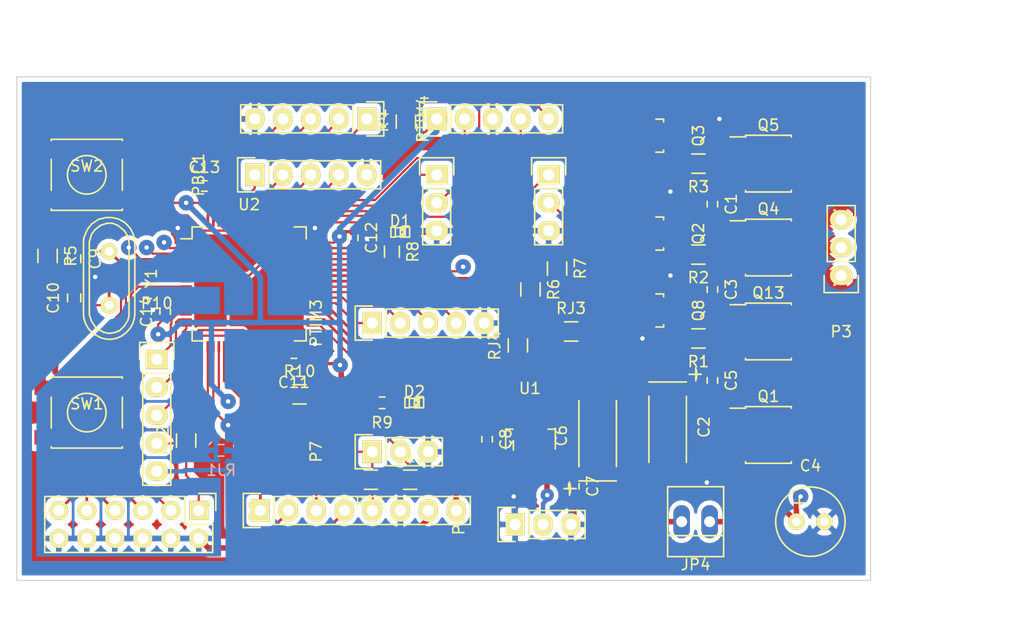
<source format=kicad_pcb>
(kicad_pcb (version 4) (host pcbnew "(2015-04-10 BZR 5591)-product")
  (layers (0 F.Cu signal) (31 B.Cu signal) (34 B.Paste user) (35 F.Paste user) (36 B.SilkS user) (37 F.SilkS user) (38 B.Mask user) (39 F.Mask user) (44 Edge.Cuts user))
  (net 0 "")
  (net 1 +12V)
  (net 2 GND)
  (net 3 "Net-(Q3-Pad3)")
  (net 4 "Net-(Q13-Pad4)")
  (net 5 "Net-(C10-Pad1)")
  (net 6 /VMOT)
  (net 7 +3.3VP)
  (net 8 "Net-(C9-Pad1)")
  (net 9 GNDA)
  (net 10 "Net-(D1-Pad1)")
  (net 11 "Net-(D2-Pad1)")
  (net 12 /STM32/M1B)
  (net 13 /STM32/TXD3)
  (net 14 /STM32/M1C)
  (net 15 /STM32/RXD3)
  (net 16 /STM32/SWDCLK)
  (net 17 /STM32/SWDIO)
  (net 18 /STM32/~RESET)
  (net 19 /MOTORA)
  (net 20 /MOTORB)
  (net 21 /MOTORC)
  (net 22 "Net-(P4-Pad1)")
  (net 23 "Net-(P4-Pad2)")
  (net 24 /STM32/PC13)
  (net 25 /STM32/PC14)
  (net 26 /STM32/PB1)
  (net 27 /STM32/PC15)
  (net 28 /STM32/PB3)
  (net 29 /STM32/PC12)
  (net 30 /STM32/PB4)
  (net 31 /STM32/PA11)
  (net 32 /STM32/PB5)
  (net 33 /STM32/SPI1_MISO)
  (net 34 /STM32/SPI1_SCK)
  (net 35 /STM32/SPI1_MOSI)
  (net 36 /STM32/~ADNS_CS)
  (net 37 /STM32/ADNS_MOT)
  (net 38 /STM32/SCL)
  (net 39 /STM32/SDA)
  (net 40 /STM32/TIM2_1)
  (net 41 /STM32/TIM2_2)
  (net 42 /STM32/TIM2_3)
  (net 43 /STM32/TIM2_4)
  (net 44 /STM32/TIM3_1)
  (net 45 /STM32/TIM3_2)
  (net 46 /STM32/TIM3_3)
  (net 47 /STM32/TIM3_4)
  (net 48 /STM32/TIM4_1)
  (net 49 /STM32/TIM4_2)
  (net 50 /STM32/TIM4_3)
  (net 51 /STM32/TIM4_4)
  (net 52 /STM32/ANAL1)
  (net 53 /STM32/ANAL2)
  (net 54 /STM32/ANAL3)
  (net 55 /STM32/ANAL4)
  (net 56 /STM32/ANAL5)
  (net 57 /STM32/ANAL6)
  (net 58 "Net-(Q2-Pad3)")
  (net 59 /STM32/~M1B)
  (net 60 /STM32/~M1C)
  (net 61 /STM32/M1A)
  (net 62 /STM32/~M1A)
  (net 63 "Net-(R5-Pad1)")
  (net 64 /STM32/LED2)
  (net 65 /STM32/LED1)
  (net 66 "Net-(R10-Pad1)")
  (net 67 "Net-(U2-Pad1)")
  (net 68 "Net-(U2-Pad50)")
  (net 69 "Net-(U2-Pad54)")
  (net 70 /STM32/ANAL6x)
  (net 71 "Net-(C4-Pad1)")
  (module stm32-kicad:LQFP-64_10x10mm_Pitch0.5mm-nokeepout (layer F.Cu) (at 94.742 78.486)
    (fp_text reference U2 (at 0 -7.2) (layer F.SilkS))
    (fp_text value STM32F103RB)
    (pad 1 smd rect (at -5.7 -3.75) (size 1 0.25) (layers F.Cu F.Paste F.Mask) (net 67 "Net-(U2-Pad1)"))
    (pad 2 smd rect (at -5.7 -3.25) (size 1 0.25) (layers F.Cu F.Paste F.Mask) (net 24 /STM32/PC13))
    (pad 3 smd rect (at -5.7 -2.75) (size 1 0.25) (layers F.Cu F.Paste F.Mask) (net 25 /STM32/PC14))
    (pad 4 smd rect (at -5.7 -2.25) (size 1 0.25) (layers F.Cu F.Paste F.Mask) (net 27 /STM32/PC15))
    (pad 5 smd rect (at -5.7 -1.75) (size 1 0.25) (layers F.Cu F.Paste F.Mask) (net 8 "Net-(C9-Pad1)"))
    (pad 6 smd rect (at -5.7 -1.25) (size 1 0.25) (layers F.Cu F.Paste F.Mask) (net 5 "Net-(C10-Pad1)"))
    (pad 7 smd rect (at -5.7 -0.75) (size 1 0.25) (layers F.Cu F.Paste F.Mask) (net 18 /STM32/~RESET))
    (pad 8 smd rect (at -5.7 -0.25) (size 1 0.25) (layers F.Cu F.Paste F.Mask) (net 52 /STM32/ANAL1))
    (pad 9 smd rect (at -5.7 0.25) (size 1 0.25) (layers F.Cu F.Paste F.Mask) (net 53 /STM32/ANAL2))
    (pad 10 smd rect (at -5.7 0.75) (size 1 0.25) (layers F.Cu F.Paste F.Mask) (net 54 /STM32/ANAL3))
    (pad 11 smd rect (at -5.7 1.25) (size 1 0.25) (layers F.Cu F.Paste F.Mask) (net 55 /STM32/ANAL4))
    (pad 12 smd rect (at -5.7 1.75) (size 1 0.25) (layers F.Cu F.Paste F.Mask) (net 9 GNDA))
    (pad 13 smd rect (at -5.7 2.25) (size 1 0.25) (layers F.Cu F.Paste F.Mask) (net 7 +3.3VP))
    (pad 14 smd rect (at -5.7 2.75) (size 1 0.25) (layers F.Cu F.Paste F.Mask) (net 40 /STM32/TIM2_1))
    (pad 15 smd rect (at -5.7 3.25) (size 1 0.25) (layers F.Cu F.Paste F.Mask) (net 41 /STM32/TIM2_2))
    (pad 16 smd rect (at -5.7 3.75) (size 1 0.25) (layers F.Cu F.Paste F.Mask) (net 42 /STM32/TIM2_3))
    (pad 17 smd rect (at -3.75 5.7 90) (size 1 0.25) (layers F.Cu F.Paste F.Mask) (net 43 /STM32/TIM2_4))
    (pad 18 smd rect (at -3.25 5.7 90) (size 1 0.25) (layers F.Cu F.Paste F.Mask) (net 2 GND))
    (pad 19 smd rect (at -2.75 5.7 90) (size 1 0.25) (layers F.Cu F.Paste F.Mask) (net 7 +3.3VP))
    (pad 20 smd rect (at -2.25 5.7 90) (size 1 0.25) (layers F.Cu F.Paste F.Mask) (net 36 /STM32/~ADNS_CS))
    (pad 21 smd rect (at -1.75 5.7 90) (size 1 0.25) (layers F.Cu F.Paste F.Mask) (net 34 /STM32/SPI1_SCK))
    (pad 22 smd rect (at -1.25 5.7 90) (size 1 0.25) (layers F.Cu F.Paste F.Mask) (net 33 /STM32/SPI1_MISO))
    (pad 23 smd rect (at -0.75 5.7 90) (size 1 0.25) (layers F.Cu F.Paste F.Mask) (net 35 /STM32/SPI1_MOSI))
    (pad 24 smd rect (at -0.25 5.7 90) (size 1 0.25) (layers F.Cu F.Paste F.Mask) (net 56 /STM32/ANAL5))
    (pad 25 smd rect (at 0.25 5.7 90) (size 1 0.25) (layers F.Cu F.Paste F.Mask) (net 57 /STM32/ANAL6))
    (pad 26 smd rect (at 0.75 5.7 90) (size 1 0.25) (layers F.Cu F.Paste F.Mask) (net 37 /STM32/ADNS_MOT))
    (pad 27 smd rect (at 1.25 5.7 90) (size 1 0.25) (layers F.Cu F.Paste F.Mask) (net 26 /STM32/PB1))
    (pad 28 smd rect (at 1.75 5.7 90) (size 1 0.25) (layers F.Cu F.Paste F.Mask) (net 66 "Net-(R10-Pad1)"))
    (pad 29 smd rect (at 2.25 5.7 90) (size 1 0.25) (layers F.Cu F.Paste F.Mask) (net 38 /STM32/SCL))
    (pad 30 smd rect (at 2.75 5.7 90) (size 1 0.25) (layers F.Cu F.Paste F.Mask) (net 39 /STM32/SDA))
    (pad 31 smd rect (at 3.25 5.7 90) (size 1 0.25) (layers F.Cu F.Paste F.Mask) (net 2 GND))
    (pad 32 smd rect (at 3.75 5.7 90) (size 1 0.25) (layers F.Cu F.Paste F.Mask) (net 7 +3.3VP))
    (pad 33 smd rect (at 5.7 3.75) (size 1 0.25) (layers F.Cu F.Paste F.Mask) (net 65 /STM32/LED1))
    (pad 34 smd rect (at 5.7 3.25) (size 1 0.25) (layers F.Cu F.Paste F.Mask) (net 62 /STM32/~M1A))
    (pad 35 smd rect (at 5.7 2.75) (size 1 0.25) (layers F.Cu F.Paste F.Mask) (net 59 /STM32/~M1B))
    (pad 36 smd rect (at 5.7 2.25) (size 1 0.25) (layers F.Cu F.Paste F.Mask) (net 60 /STM32/~M1C))
    (pad 37 smd rect (at 5.7 1.75) (size 1 0.25) (layers F.Cu F.Paste F.Mask) (net 44 /STM32/TIM3_1))
    (pad 38 smd rect (at 5.7 1.25) (size 1 0.25) (layers F.Cu F.Paste F.Mask) (net 45 /STM32/TIM3_2))
    (pad 39 smd rect (at 5.7 0.75) (size 1 0.25) (layers F.Cu F.Paste F.Mask) (net 46 /STM32/TIM3_3))
    (pad 40 smd rect (at 5.7 0.25) (size 1 0.25) (layers F.Cu F.Paste F.Mask) (net 47 /STM32/TIM3_4))
    (pad 41 smd rect (at 5.7 -0.25) (size 1 0.25) (layers F.Cu F.Paste F.Mask) (net 61 /STM32/M1A))
    (pad 42 smd rect (at 5.7 -0.75) (size 1 0.25) (layers F.Cu F.Paste F.Mask) (net 12 /STM32/M1B))
    (pad 43 smd rect (at 5.7 -1.25) (size 1 0.25) (layers F.Cu F.Paste F.Mask) (net 14 /STM32/M1C))
    (pad 44 smd rect (at 5.7 -1.75) (size 1 0.25) (layers F.Cu F.Paste F.Mask) (net 31 /STM32/PA11))
    (pad 45 smd rect (at 5.7 -2.25) (size 1 0.25) (layers F.Cu F.Paste F.Mask) (net 64 /STM32/LED2))
    (pad 46 smd rect (at 5.7 -2.75) (size 1 0.25) (layers F.Cu F.Paste F.Mask) (net 17 /STM32/SWDIO))
    (pad 47 smd rect (at 5.7 -3.25) (size 1 0.25) (layers F.Cu F.Paste F.Mask) (net 2 GND))
    (pad 48 smd rect (at 5.7 -3.75) (size 1 0.25) (layers F.Cu F.Paste F.Mask) (net 7 +3.3VP))
    (pad 49 smd rect (at 3.75 -5.7 90) (size 1 0.25) (layers F.Cu F.Paste F.Mask) (net 16 /STM32/SWDCLK))
    (pad 50 smd rect (at 3.25 -5.7 90) (size 1 0.25) (layers F.Cu F.Paste F.Mask) (net 68 "Net-(U2-Pad50)"))
    (pad 51 smd rect (at 2.75 -5.7 90) (size 1 0.25) (layers F.Cu F.Paste F.Mask) (net 13 /STM32/TXD3))
    (pad 52 smd rect (at 2.25 -5.7 90) (size 1 0.25) (layers F.Cu F.Paste F.Mask) (net 15 /STM32/RXD3))
    (pad 53 smd rect (at 1.75 -5.7 90) (size 1 0.25) (layers F.Cu F.Paste F.Mask) (net 29 /STM32/PC12))
    (pad 54 smd rect (at 1.25 -5.7 90) (size 1 0.25) (layers F.Cu F.Paste F.Mask) (net 69 "Net-(U2-Pad54)"))
    (pad 55 smd rect (at 0.75 -5.7 90) (size 1 0.25) (layers F.Cu F.Paste F.Mask) (net 28 /STM32/PB3))
    (pad 56 smd rect (at 0.25 -5.7 90) (size 1 0.25) (layers F.Cu F.Paste F.Mask) (net 30 /STM32/PB4))
    (pad 57 smd rect (at -0.25 -5.7 90) (size 1 0.25) (layers F.Cu F.Paste F.Mask) (net 32 /STM32/PB5))
    (pad 58 smd rect (at -0.75 -5.7 90) (size 1 0.25) (layers F.Cu F.Paste F.Mask) (net 48 /STM32/TIM4_1))
    (pad 59 smd rect (at -1.25 -5.7 90) (size 1 0.25) (layers F.Cu F.Paste F.Mask) (net 49 /STM32/TIM4_2))
    (pad 60 smd rect (at -1.75 -5.7 90) (size 1 0.25) (layers F.Cu F.Paste F.Mask) (net 63 "Net-(R5-Pad1)"))
    (pad 61 smd rect (at -2.25 -5.7 90) (size 1 0.25) (layers F.Cu F.Paste F.Mask) (net 50 /STM32/TIM4_3))
    (pad 62 smd rect (at -2.75 -5.7 90) (size 1 0.25) (layers F.Cu F.Paste F.Mask) (net 51 /STM32/TIM4_4))
    (pad 63 smd rect (at -3.25 -5.7 90) (size 1 0.25) (layers F.Cu F.Paste F.Mask) (net 2 GND))
    (pad 64 smd rect (at -3.75 -5.7 90) (size 1 0.25) (layers F.Cu F.Paste F.Mask) (net 7 +3.3VP))
  )
  (module Housings_SOIC:SOIC-8_3.9x4.9mm_Pitch1.27mm (layer F.Cu) (at 141.859 75.184)
    (fp_text reference Q4 (at 0 -3.5) (layer F.SilkS))
    (fp_text value IRF7343PBF)
    (pad 1 smd rect (at -2.7 -1.905) (size 1.55 0.6) (layers F.Cu F.Paste F.Mask) (net 2 GND))
    (pad 2 smd rect (at -2.7 -0.635) (size 1.55 0.6) (layers F.Cu F.Paste F.Mask) (net 59 /STM32/~M1B))
    (pad 3 smd rect (at -2.7 0.635) (size 1.55 0.6) (layers F.Cu F.Paste F.Mask) (net 6 /VMOT))
    (pad 4 smd rect (at -2.7 1.905) (size 1.55 0.6) (layers F.Cu F.Paste F.Mask) (net 58 "Net-(Q2-Pad3)"))
    (pad 5 smd rect (at 2.7 1.905) (size 1.55 0.6) (layers F.Cu F.Paste F.Mask) (net 20 /MOTORB))
    (pad 6 smd rect (at 2.7 0.635) (size 1.55 0.6) (layers F.Cu F.Paste F.Mask) (net 20 /MOTORB))
    (pad 7 smd rect (at 2.7 -0.635) (size 1.55 0.6) (layers F.Cu F.Paste F.Mask) (net 20 /MOTORB))
    (pad 8 smd rect (at 2.7 -1.905) (size 1.55 0.6) (layers F.Cu F.Paste F.Mask) (net 20 /MOTORB))
  )
  (module Pin_Headers:Pin_Header_Straight_1x03 (layer F.Cu) (at 105.918 93.726 90)
    (fp_text reference P7 (at 0 -5.1 90) (layer F.SilkS))
    (fp_text value CONN_01X03)
    (pad 1 thru_hole rect (at 0 0 90) (size 2.032 1.7272) (drill 1.016) (layers *.Cu *.Mask F.SilkS) (net 38 /STM32/SCL))
    (pad 2 thru_hole oval (at 0 2.54 90) (size 2.032 1.7272) (drill 1.016) (layers *.Cu *.Mask F.SilkS) (net 39 /STM32/SDA))
    (pad 3 thru_hole oval (at 0 5.08 90) (size 2.032 1.7272) (drill 1.016) (layers *.Cu *.Mask F.SilkS) (net 2 GND))
  )
  (module Resistors_SMD:R_0805 (layer F.Cu) (at 120.269 78.994 270)
    (fp_text reference R6 (at 0 -2.1 270) (layer F.SilkS))
    (fp_text value 1K)
    (pad 1 smd rect (at -0.95 0 270) (size 0.7 1.3) (layers F.Cu F.Paste F.Mask) (net 22 "Net-(P4-Pad1)"))
    (pad 2 smd rect (at 0.95 0 270) (size 0.7 1.3) (layers F.Cu F.Paste F.Mask) (net 12 /STM32/M1B))
  )
  (module Housings_SOIC:SOIC-8_3.9x4.9mm_Pitch1.27mm (layer F.Cu) (at 141.859 67.564)
    (fp_text reference Q5 (at 0 -3.5) (layer F.SilkS))
    (fp_text value IRF7343PBF)
    (pad 1 smd rect (at -2.7 -1.905) (size 1.55 0.6) (layers F.Cu F.Paste F.Mask) (net 2 GND))
    (pad 2 smd rect (at -2.7 -0.635) (size 1.55 0.6) (layers F.Cu F.Paste F.Mask) (net 60 /STM32/~M1C))
    (pad 3 smd rect (at -2.7 0.635) (size 1.55 0.6) (layers F.Cu F.Paste F.Mask) (net 6 /VMOT))
    (pad 4 smd rect (at -2.7 1.905) (size 1.55 0.6) (layers F.Cu F.Paste F.Mask) (net 3 "Net-(Q3-Pad3)"))
    (pad 5 smd rect (at 2.7 1.905) (size 1.55 0.6) (layers F.Cu F.Paste F.Mask) (net 21 /MOTORC))
    (pad 6 smd rect (at 2.7 0.635) (size 1.55 0.6) (layers F.Cu F.Paste F.Mask) (net 21 /MOTORC))
    (pad 7 smd rect (at 2.7 -0.635) (size 1.55 0.6) (layers F.Cu F.Paste F.Mask) (net 21 /MOTORC))
    (pad 8 smd rect (at 2.7 -1.905) (size 1.55 0.6) (layers F.Cu F.Paste F.Mask) (net 21 /MOTORC))
  )
  (module Capacitors_Elko_ThroughHole:Elko_vert_11.2x6.3mm_RM2.5_CopperClear (layer F.Cu) (at 144.399 100.076)
    (fp_text reference C4 (at 1.27 -5.08) (layer F.SilkS))
    (fp_text value 4.7)
    (pad 2 thru_hole circle (at 2.54 0) (size 1.50114 1.50114) (drill 0.8001) (layers *.Cu *.Mask F.SilkS) (net 2 GND))
    (pad 1 thru_hole circle (at 0 0) (size 1.50114 1.50114) (drill 0.8001) (layers *.Cu *.Mask F.SilkS) (net 71 "Net-(C4-Pad1)"))
  )
  (module Capacitors_SMD:C_0603 (layer F.Cu) (at 78.867 76.2 270)
    (fp_text reference C9 (at 0 -1.9 270) (layer F.SilkS))
    (fp_text value 20)
    (pad 1 smd rect (at -0.75 0 270) (size 0.8 0.75) (layers F.Cu F.Paste F.Mask) (net 8 "Net-(C9-Pad1)"))
    (pad 2 smd rect (at 0.75 0 270) (size 0.8 0.75) (layers F.Cu F.Paste F.Mask) (net 2 GND))
  )
  (module LEDs:LED-0603 (layer F.Cu) (at 108.458 73.787)
    (fp_text reference D1 (at 0 -1.016) (layer F.SilkS))
    (fp_text value LED)
    (pad 1 smd rect (at -0.7493 0) (size 0.79756 0.79756) (layers F.Cu F.Paste F.Mask) (net 10 "Net-(D1-Pad1)"))
    (pad 2 smd rect (at 0.7493 0) (size 0.79756 0.79756) (layers F.Cu F.Paste F.Mask) (net 2 GND))
  )
  (module LEDs:LED-0603 (layer F.Cu) (at 109.728 89.281)
    (fp_text reference D2 (at 0 -1.016) (layer F.SilkS))
    (fp_text value LED)
    (pad 1 smd rect (at -0.7493 0) (size 0.79756 0.79756) (layers F.Cu F.Paste F.Mask) (net 11 "Net-(D2-Pad1)"))
    (pad 2 smd rect (at 0.7493 0) (size 0.79756 0.79756) (layers F.Cu F.Paste F.Mask) (net 2 GND))
  )
  (module Pin_Headers:Pin_Header_Straight_1x03 (layer F.Cu) (at 118.872 100.33 90)
    (fp_text reference P2 (at 0 -5.1 90) (layer F.SilkS))
    (fp_text value CONN_01X03)
    (pad 1 thru_hole rect (at 0 0 90) (size 2.032 1.7272) (drill 1.016) (layers *.Cu *.Mask F.SilkS) (net 2 GND))
    (pad 2 thru_hole oval (at 0 2.54 90) (size 2.032 1.7272) (drill 1.016) (layers *.Cu *.Mask F.SilkS) (net 1 +12V))
    (pad 3 thru_hole oval (at 0 5.08 90) (size 2.032 1.7272) (drill 1.016) (layers *.Cu *.Mask F.SilkS) (net 2 GND))
  )
  (module Pin_Headers:Pin_Header_Straight_1x03 (layer F.Cu) (at 148.463 77.724 180)
    (fp_text reference P3 (at 0 -5.1 180) (layer F.SilkS))
    (fp_text value CONN_01X03)
    (pad 1 thru_hole oval (at 0 0 180) (size 2.032 1.7272) (drill 1.016) (layers *.Cu *.Mask F.SilkS) (net 19 /MOTORA))
    (pad 2 thru_hole oval (at 0 2.54 180) (size 2.032 1.7272) (drill 1.016) (layers *.Cu *.Mask F.SilkS) (net 20 /MOTORB))
    (pad 3 thru_hole oval (at 0 5.08 180) (size 2.032 1.7272) (drill 1.016) (layers *.Cu *.Mask F.SilkS) (net 21 /MOTORC))
  )
  (module Pin_Headers:Pin_Header_Straight_1x03 (layer F.Cu) (at 121.92 68.58)
    (fp_text reference P4 (at 0 -5.1) (layer F.SilkS))
    (fp_text value CONN_01X03)
    (pad 1 thru_hole rect (at 0 0) (size 2.032 1.7272) (drill 1.016) (layers *.Cu *.Mask F.SilkS) (net 22 "Net-(P4-Pad1)"))
    (pad 2 thru_hole oval (at 0 2.54) (size 2.032 1.7272) (drill 1.016) (layers *.Cu *.Mask F.SilkS) (net 23 "Net-(P4-Pad2)"))
    (pad 3 thru_hole oval (at 0 5.08) (size 2.032 1.7272) (drill 1.016) (layers *.Cu *.Mask F.SilkS) (net 2 GND))
  )
  (module Pin_Headers:Pin_Header_Straight_1x08 (layer F.Cu) (at 95.758 99.06 90)
    (fp_text reference P6 (at 0 -5.1 90) (layer F.SilkS))
    (fp_text value CONN_01X08)
    (pad 1 thru_hole rect (at 0 0 90) (size 2.032 1.7272) (drill 1.016) (layers *.Cu *.Mask F.SilkS) (net 33 /STM32/SPI1_MISO))
    (pad 2 thru_hole oval (at 0 2.54 90) (size 2.032 1.7272) (drill 1.016) (layers *.Cu *.Mask F.SilkS) (net 34 /STM32/SPI1_SCK))
    (pad 3 thru_hole oval (at 0 5.08 90) (size 2.032 1.7272) (drill 1.016) (layers *.Cu *.Mask F.SilkS) (net 35 /STM32/SPI1_MOSI))
    (pad 4 thru_hole oval (at 0 7.62 90) (size 2.032 1.7272) (drill 1.016) (layers *.Cu *.Mask F.SilkS) (net 36 /STM32/~ADNS_CS))
    (pad 5 thru_hole oval (at 0 10.16 90) (size 2.032 1.7272) (drill 1.016) (layers *.Cu *.Mask F.SilkS) (net 37 /STM32/ADNS_MOT))
    (pad 6 thru_hole oval (at 0 12.7 90) (size 2.032 1.7272) (drill 1.016) (layers *.Cu *.Mask F.SilkS) (net 2 GND))
    (pad 7 thru_hole oval (at 0 15.24 90) (size 2.032 1.7272) (drill 1.016) (layers *.Cu *.Mask F.SilkS) (net 9 GNDA))
    (pad 8 thru_hole oval (at 0 17.78 90) (size 2.032 1.7272) (drill 1.016) (layers *.Cu *.Mask F.SilkS) (net 7 +3.3VP))
  )
  (module Pin_Headers:Pin_Header_Straight_2x06 (layer F.Cu) (at 90.17 99.06 270)
    (fp_text reference P9 (at 0 -5.1 270) (layer F.SilkS))
    (fp_text value CONN_02X06)
    (pad 1 thru_hole rect (at 0 0 270) (size 1.7272 1.7272) (drill 1.016) (layers *.Cu *.Mask F.SilkS) (net 70 /STM32/ANAL6x))
    (pad 2 thru_hole oval (at 2.54 0 270) (size 1.7272 1.7272) (drill 1.016) (layers *.Cu *.Mask F.SilkS) (net 9 GNDA))
    (pad 3 thru_hole oval (at 0 2.54 270) (size 1.7272 1.7272) (drill 1.016) (layers *.Cu *.Mask F.SilkS) (net 56 /STM32/ANAL5))
    (pad 4 thru_hole oval (at 2.54 2.54 270) (size 1.7272 1.7272) (drill 1.016) (layers *.Cu *.Mask F.SilkS) (net 9 GNDA))
    (pad 5 thru_hole oval (at 0 5.08 270) (size 1.7272 1.7272) (drill 1.016) (layers *.Cu *.Mask F.SilkS) (net 55 /STM32/ANAL4))
    (pad 6 thru_hole oval (at 2.54 5.08 270) (size 1.7272 1.7272) (drill 1.016) (layers *.Cu *.Mask F.SilkS) (net 9 GNDA))
    (pad 7 thru_hole oval (at 0 7.62 270) (size 1.7272 1.7272) (drill 1.016) (layers *.Cu *.Mask F.SilkS) (net 54 /STM32/ANAL3))
    (pad 8 thru_hole oval (at 2.54 7.62 270) (size 1.7272 1.7272) (drill 1.016) (layers *.Cu *.Mask F.SilkS) (net 9 GNDA))
    (pad 9 thru_hole oval (at 0 10.16 270) (size 1.7272 1.7272) (drill 1.016) (layers *.Cu *.Mask F.SilkS) (net 53 /STM32/ANAL2))
    (pad 10 thru_hole oval (at 2.54 10.16 270) (size 1.7272 1.7272) (drill 1.016) (layers *.Cu *.Mask F.SilkS) (net 9 GNDA))
    (pad 11 thru_hole oval (at 0 12.7 270) (size 1.7272 1.7272) (drill 1.016) (layers *.Cu *.Mask F.SilkS) (net 52 /STM32/ANAL1))
    (pad 12 thru_hole oval (at 2.54 12.7 270) (size 1.7272 1.7272) (drill 1.016) (layers *.Cu *.Mask F.SilkS) (net 9 GNDA))
  )
  (module Housings_SOIC:SOIC-8_3.9x4.9mm_Pitch1.27mm (layer F.Cu) (at 141.859 92.202)
    (fp_text reference Q1 (at 0 -3.5) (layer F.SilkS))
    (fp_text value FDS6675)
    (pad 1 smd rect (at -2.7 -1.905) (size 1.55 0.6) (layers F.Cu F.Paste F.Mask) (net 6 /VMOT))
    (pad 2 smd rect (at -2.7 -0.635) (size 1.55 0.6) (layers F.Cu F.Paste F.Mask) (net 6 /VMOT))
    (pad 3 smd rect (at -2.7 0.635) (size 1.55 0.6) (layers F.Cu F.Paste F.Mask) (net 6 /VMOT))
    (pad 4 smd rect (at -2.7 1.905) (size 1.55 0.6) (layers F.Cu F.Paste F.Mask) (net 2 GND))
    (pad 5 smd rect (at 2.7 1.905) (size 1.55 0.6) (layers F.Cu F.Paste F.Mask) (net 71 "Net-(C4-Pad1)"))
    (pad 6 smd rect (at 2.7 0.635) (size 1.55 0.6) (layers F.Cu F.Paste F.Mask) (net 71 "Net-(C4-Pad1)"))
    (pad 7 smd rect (at 2.7 -0.635) (size 1.55 0.6) (layers F.Cu F.Paste F.Mask) (net 71 "Net-(C4-Pad1)"))
    (pad 8 smd rect (at 2.7 -1.905) (size 1.55 0.6) (layers F.Cu F.Paste F.Mask) (net 71 "Net-(C4-Pad1)"))
  )
  (module Housings_SOT-23_SOT-143_TSOT-6:SOT-23_Handsoldering (layer F.Cu) (at 131.699 73.914 270)
    (fp_text reference Q2 (at 0 -3.81 270) (layer F.SilkS))
    (fp_text value IRLML2502)
    (pad 1 smd rect (at -0.95 1.50114 270) (size 0.8001 1.80086) (layers F.Cu F.Paste F.Mask) (net 12 /STM32/M1B))
    (pad 2 smd rect (at 0.95 1.50114 270) (size 0.8001 1.80086) (layers F.Cu F.Paste F.Mask) (net 2 GND))
    (pad 3 smd rect (at 0 -1.50114 270) (size 0.8001 1.80086) (layers F.Cu F.Paste F.Mask) (net 58 "Net-(Q2-Pad3)"))
  )
  (module Housings_SOT-23_SOT-143_TSOT-6:SOT-23_Handsoldering (layer F.Cu) (at 131.699 65.024 270)
    (fp_text reference Q3 (at 0 -3.81 270) (layer F.SilkS))
    (fp_text value IRLML2502)
    (pad 1 smd rect (at -0.95 1.50114 270) (size 0.8001 1.80086) (layers F.Cu F.Paste F.Mask) (net 14 /STM32/M1C))
    (pad 2 smd rect (at 0.95 1.50114 270) (size 0.8001 1.80086) (layers F.Cu F.Paste F.Mask) (net 2 GND))
    (pad 3 smd rect (at 0 -1.50114 270) (size 0.8001 1.80086) (layers F.Cu F.Paste F.Mask) (net 3 "Net-(Q3-Pad3)"))
  )
  (module Housings_SOT-23_SOT-143_TSOT-6:SOT-23_Handsoldering (layer F.Cu) (at 131.699 80.899 270)
    (fp_text reference Q8 (at 0 -3.81 270) (layer F.SilkS))
    (fp_text value IRLML2502)
    (pad 1 smd rect (at -0.95 1.50114 270) (size 0.8001 1.80086) (layers F.Cu F.Paste F.Mask) (net 61 /STM32/M1A))
    (pad 2 smd rect (at 0.95 1.50114 270) (size 0.8001 1.80086) (layers F.Cu F.Paste F.Mask) (net 2 GND))
    (pad 3 smd rect (at 0 -1.50114 270) (size 0.8001 1.80086) (layers F.Cu F.Paste F.Mask) (net 4 "Net-(Q13-Pad4)"))
  )
  (module Housings_SOIC:SOIC-8_3.9x4.9mm_Pitch1.27mm (layer F.Cu) (at 141.859 82.804)
    (fp_text reference Q13 (at 0 -3.5) (layer F.SilkS))
    (fp_text value IRF7343PBF)
    (pad 1 smd rect (at -2.7 -1.905) (size 1.55 0.6) (layers F.Cu F.Paste F.Mask) (net 2 GND))
    (pad 2 smd rect (at -2.7 -0.635) (size 1.55 0.6) (layers F.Cu F.Paste F.Mask) (net 62 /STM32/~M1A))
    (pad 3 smd rect (at -2.7 0.635) (size 1.55 0.6) (layers F.Cu F.Paste F.Mask) (net 6 /VMOT))
    (pad 4 smd rect (at -2.7 1.905) (size 1.55 0.6) (layers F.Cu F.Paste F.Mask) (net 4 "Net-(Q13-Pad4)"))
    (pad 5 smd rect (at 2.7 1.905) (size 1.55 0.6) (layers F.Cu F.Paste F.Mask) (net 19 /MOTORA))
    (pad 6 smd rect (at 2.7 0.635) (size 1.55 0.6) (layers F.Cu F.Paste F.Mask) (net 19 /MOTORA))
    (pad 7 smd rect (at 2.7 -0.635) (size 1.55 0.6) (layers F.Cu F.Paste F.Mask) (net 19 /MOTORA))
    (pad 8 smd rect (at 2.7 -1.905) (size 1.55 0.6) (layers F.Cu F.Paste F.Mask) (net 19 /MOTORA))
  )
  (module Resistors_SMD:R_0805 (layer F.Cu) (at 135.509 83.439 180)
    (fp_text reference R1 (at 0 -2.1 180) (layer F.SilkS))
    (fp_text value 330)
    (pad 1 smd rect (at -0.95 0 180) (size 0.7 1.3) (layers F.Cu F.Paste F.Mask) (net 6 /VMOT))
    (pad 2 smd rect (at 0.95 0 180) (size 0.7 1.3) (layers F.Cu F.Paste F.Mask) (net 4 "Net-(Q13-Pad4)"))
  )
  (module Resistors_SMD:R_0805 (layer F.Cu) (at 135.509 75.819 180)
    (fp_text reference R2 (at 0 -2.1 180) (layer F.SilkS))
    (fp_text value 330)
    (pad 1 smd rect (at -0.95 0 180) (size 0.7 1.3) (layers F.Cu F.Paste F.Mask) (net 6 /VMOT))
    (pad 2 smd rect (at 0.95 0 180) (size 0.7 1.3) (layers F.Cu F.Paste F.Mask) (net 58 "Net-(Q2-Pad3)"))
  )
  (module Resistors_SMD:R_0805 (layer F.Cu) (at 135.509 67.564 180)
    (fp_text reference R3 (at 0 -2.1 180) (layer F.SilkS))
    (fp_text value 330)
    (pad 1 smd rect (at -0.95 0 180) (size 0.7 1.3) (layers F.Cu F.Paste F.Mask) (net 6 /VMOT))
    (pad 2 smd rect (at 0.95 0 180) (size 0.7 1.3) (layers F.Cu F.Paste F.Mask) (net 3 "Net-(Q3-Pad3)"))
  )
  (module Resistors_SMD:R_0805 (layer F.Cu) (at 108.966 63.754 90)
    (fp_text reference R4 (at 0 -2.1 90) (layer F.SilkS))
    (fp_text value 10K)
    (pad 1 smd rect (at -0.95 0 90) (size 0.7 1.3) (layers F.Cu F.Paste F.Mask) (net 7 +3.3VP))
    (pad 2 smd rect (at 0.95 0 90) (size 0.7 1.3) (layers F.Cu F.Paste F.Mask) (net 18 /STM32/~RESET))
  )
  (module Resistors_SMD:R_0805 (layer F.Cu) (at 76.454 75.946 270)
    (fp_text reference R5 (at 0 -2.1 270) (layer F.SilkS))
    (fp_text value 10K)
    (pad 1 smd rect (at -0.95 0 270) (size 0.7 1.3) (layers F.Cu F.Paste F.Mask) (net 63 "Net-(R5-Pad1)"))
    (pad 2 smd rect (at 0.95 0 270) (size 0.7 1.3) (layers F.Cu F.Paste F.Mask) (net 2 GND))
  )
  (module Resistors_SMD:R_0805 (layer F.Cu) (at 122.682 77.089 270)
    (fp_text reference R7 (at 0 -2.1 270) (layer F.SilkS))
    (fp_text value 1K)
    (pad 1 smd rect (at -0.95 0 270) (size 0.7 1.3) (layers F.Cu F.Paste F.Mask) (net 23 "Net-(P4-Pad2)"))
    (pad 2 smd rect (at 0.95 0 270) (size 0.7 1.3) (layers F.Cu F.Paste F.Mask) (net 14 /STM32/M1C))
  )
  (module Resistors_SMD:R_0805 (layer F.Cu) (at 99.314 88.519)
    (fp_text reference R10 (at 0 -2.1) (layer F.SilkS))
    (fp_text value 10K)
    (pad 1 smd rect (at -0.95 0) (size 0.7 1.3) (layers F.Cu F.Paste F.Mask) (net 66 "Net-(R10-Pad1)"))
    (pad 2 smd rect (at 0.95 0) (size 0.7 1.3) (layers F.Cu F.Paste F.Mask) (net 2 GND))
  )
  (module Resistors_SMD:R_0805 (layer F.Cu) (at 105.791 96.266 180)
    (fp_text reference R11 (at 0 -2.1 180) (layer F.SilkS))
    (fp_text value 4K7)
    (pad 1 smd rect (at -0.95 0 180) (size 0.7 1.3) (layers F.Cu F.Paste F.Mask) (net 7 +3.3VP))
    (pad 2 smd rect (at 0.95 0 180) (size 0.7 1.3) (layers F.Cu F.Paste F.Mask) (net 38 /STM32/SCL))
  )
  (module Resistors_SMD:R_0805 (layer F.Cu) (at 109.347 96.266)
    (fp_text reference R12 (at 0 -2.1) (layer F.SilkS))
    (fp_text value 4K7)
    (pad 1 smd rect (at -0.95 0) (size 0.7 1.3) (layers F.Cu F.Paste F.Mask) (net 7 +3.3VP))
    (pad 2 smd rect (at 0.95 0) (size 0.7 1.3) (layers F.Cu F.Paste F.Mask) (net 39 /STM32/SDA))
  )
  (module Buttons_Switches_SMD:SW_SPST_PTS645 (layer F.Cu) (at 80.01 90.17)
    (fp_text reference SW1 (at 0 -0.8) (layer F.SilkS))
    (fp_text value SW_PUSH)
    (pad 2 smd rect (at -3.975 2.25) (size 1.55 1.3) (layers F.Cu F.Paste F.Mask) (net 18 /STM32/~RESET))
    (pad 1 smd rect (at -3.975 -2.25) (size 1.55 1.3) (layers F.Cu F.Paste F.Mask) (net 2 GND))
    (pad 1 smd rect (at 3.975 -2.25) (size 1.55 1.3) (layers F.Cu F.Paste F.Mask) (net 2 GND))
    (pad 2 smd rect (at 3.975 2.25) (size 1.55 1.3) (layers F.Cu F.Paste F.Mask) (net 18 /STM32/~RESET))
  )
  (module Buttons_Switches_SMD:SW_SPST_PTS645 (layer F.Cu) (at 80.01 68.58)
    (fp_text reference SW2 (at 0 -0.8) (layer F.SilkS))
    (fp_text value SW_PUSH)
    (pad 2 smd rect (at -3.975 2.25) (size 1.55 1.3) (layers F.Cu F.Paste F.Mask) (net 63 "Net-(R5-Pad1)"))
    (pad 1 smd rect (at -3.975 -2.25) (size 1.55 1.3) (layers F.Cu F.Paste F.Mask) (net 7 +3.3VP))
    (pad 1 smd rect (at 3.975 -2.25) (size 1.55 1.3) (layers F.Cu F.Paste F.Mask) (net 7 +3.3VP))
    (pad 2 smd rect (at 3.975 2.25) (size 1.55 1.3) (layers F.Cu F.Paste F.Mask) (net 63 "Net-(R5-Pad1)"))
  )
  (module Housings_SOT-89:SOT89-3_Housing_Handsoldering (layer F.Cu) (at 120.269 92.9767)
    (fp_text reference U1 (at -0.0508 -5.00126) (layer F.SilkS))
    (fp_text value NCP1117ST18T3G)
    (pad 1 smd rect (at -1.50114 2.35204) (size 1.00076 2.5019) (layers F.Cu F.Paste F.Mask) (net 2 GND))
    (pad 2 smd rect (at 0 2.35204) (size 1.00076 2.5019) (layers F.Cu F.Paste F.Mask) (net 7 +3.3VP))
    (pad 3 smd rect (at 1.50114 2.35204) (size 1.00076 2.5019) (layers F.Cu F.Paste F.Mask) (net 1 +12V))
    (pad 2 smd rect (at 0 -1.6002) (size 1.99898 4.0005) (layers F.Cu F.Paste F.Mask) (net 7 +3.3VP))
    (pad 2 smd trapezoid (at 0 0.7493 180) (size 1.50114 0.7493) (rect_delta 0 0.50038) (layers F.Cu F.Paste F.Mask) (net 7 +3.3VP))
  )
  (module Crystals:Crystal_HC49-U_Vertical (layer F.Cu) (at 82.042 77.978 270)
    (fp_text reference Y1 (at 0 -3.81 270) (layer F.SilkS))
    (fp_text value 8MHz)
    (pad 1 thru_hole circle (at -2.44094 0 270) (size 1.50114 1.50114) (drill 0.8001) (layers *.Cu *.Mask F.SilkS) (net 8 "Net-(C9-Pad1)"))
    (pad 2 thru_hole circle (at 2.44094 0 270) (size 1.50114 1.50114) (drill 0.8001) (layers *.Cu *.Mask F.SilkS) (net 5 "Net-(C10-Pad1)"))
  )
  (module Resistors_SMD:R_0402 (layer F.Cu) (at 106.807 89.281 180)
    (fp_text reference R9 (at 0 -1.8 180) (layer F.SilkS))
    (fp_text value 330)
    (pad 1 smd rect (at -0.45 0 180) (size 0.4 0.6) (layers F.Cu F.Paste F.Mask) (net 11 "Net-(D2-Pad1)"))
    (pad 2 smd rect (at 0.45 0 180) (size 0.4 0.6) (layers F.Cu F.Paste F.Mask) (net 65 /STM32/LED1))
  )
  (module Capacitors_Tantalum_SMD:TantalC_SizeC_EIA-6032_Reflow (layer F.Cu) (at 132.715 91.694 270)
    (fp_text reference C2 (at -0.20066 -3.29946 270) (layer F.SilkS))
    (fp_text value 10.0)
    (fp_text user + (at -4.99872 -2.55016 270) (layer F.SilkS))
    (pad 2 smd rect (at 2.52476 0 270) (size 2.55016 2.49936) (layers F.Cu F.Paste F.Mask) (net 2 GND))
    (pad 1 smd rect (at -2.52476 0 270) (size 2.55016 2.49936) (layers F.Cu F.Paste F.Mask) (net 6 /VMOT))
  )
  (module Capacitors_SMD:C_0603 (layer F.Cu) (at 78.867 79.756 90)
    (fp_text reference C10 (at 0 -1.9 90) (layer F.SilkS))
    (fp_text value 20)
    (pad 1 smd rect (at -0.75 0 90) (size 0.8 0.75) (layers F.Cu F.Paste F.Mask) (net 5 "Net-(C10-Pad1)"))
    (pad 2 smd rect (at 0.75 0 90) (size 0.8 0.75) (layers F.Cu F.Paste F.Mask) (net 2 GND))
  )
  (module Capacitors_SMD:C_0402 (layer F.Cu) (at 136.779 71.247 270)
    (fp_text reference C1 (at 0 -1.7 270) (layer F.SilkS))
    (fp_text value 0.1)
    (pad 1 smd rect (at -0.55 0 270) (size 0.6 0.5) (layers F.Cu F.Paste F.Mask) (net 6 /VMOT))
    (pad 2 smd rect (at 0.55 0 270) (size 0.6 0.5) (layers F.Cu F.Paste F.Mask) (net 2 GND))
  )
  (module Capacitors_SMD:C_0402 (layer F.Cu) (at 136.779 78.994 270)
    (fp_text reference C3 (at 0 -1.7 270) (layer F.SilkS))
    (fp_text value 0.1)
    (pad 1 smd rect (at -0.55 0 270) (size 0.6 0.5) (layers F.Cu F.Paste F.Mask) (net 6 /VMOT))
    (pad 2 smd rect (at 0.55 0 270) (size 0.6 0.5) (layers F.Cu F.Paste F.Mask) (net 2 GND))
  )
  (module Capacitors_SMD:C_0402 (layer F.Cu) (at 136.779 87.249 270)
    (fp_text reference C5 (at 0 -1.7 270) (layer F.SilkS))
    (fp_text value 0.1)
    (pad 1 smd rect (at -0.55 0 270) (size 0.6 0.5) (layers F.Cu F.Paste F.Mask) (net 6 /VMOT))
    (pad 2 smd rect (at 0.55 0 270) (size 0.6 0.5) (layers F.Cu F.Paste F.Mask) (net 2 GND))
  )
  (module Capacitors_SMD:C_0402 (layer F.Cu) (at 124.206 96.859 270)
    (fp_text reference C7 (at 0 -1.7 270) (layer F.SilkS))
    (fp_text value 0.1)
    (pad 1 smd rect (at -0.55 0 270) (size 0.6 0.5) (layers F.Cu F.Paste F.Mask) (net 1 +12V))
    (pad 2 smd rect (at 0.55 0 270) (size 0.6 0.5) (layers F.Cu F.Paste F.Mask) (net 2 GND))
  )
  (module Capacitors_SMD:C_0402 (layer F.Cu) (at 116.332 92.583 270)
    (fp_text reference C8 (at 0 -1.7 270) (layer F.SilkS))
    (fp_text value 0.1)
    (pad 1 smd rect (at -0.55 0 270) (size 0.6 0.5) (layers F.Cu F.Paste F.Mask) (net 7 +3.3VP))
    (pad 2 smd rect (at 0.55 0 270) (size 0.6 0.5) (layers F.Cu F.Paste F.Mask) (net 2 GND))
  )
  (module Capacitors_SMD:C_0402 (layer F.Cu) (at 98.806 85.725 180)
    (fp_text reference C11 (at 0 -1.7 180) (layer F.SilkS))
    (fp_text value 0.1)
    (pad 1 smd rect (at -0.55 0 180) (size 0.6 0.5) (layers F.Cu F.Paste F.Mask) (net 7 +3.3VP))
    (pad 2 smd rect (at 0.55 0 180) (size 0.6 0.5) (layers F.Cu F.Paste F.Mask) (net 2 GND))
  )
  (module Capacitors_SMD:C_0402 (layer F.Cu) (at 104.14 74.295 270)
    (fp_text reference C12 (at 0 -1.7 270) (layer F.SilkS))
    (fp_text value 0.1)
    (pad 1 smd rect (at -0.55 0 270) (size 0.6 0.5) (layers F.Cu F.Paste F.Mask) (net 7 +3.3VP))
    (pad 2 smd rect (at 0.55 0 270) (size 0.6 0.5) (layers F.Cu F.Paste F.Mask) (net 2 GND))
  )
  (module Capacitors_SMD:C_0402 (layer F.Cu) (at 90.678 69.596)
    (fp_text reference C13 (at 0 -1.7) (layer F.SilkS))
    (fp_text value 0.1)
    (pad 1 smd rect (at -0.55 0) (size 0.6 0.5) (layers F.Cu F.Paste F.Mask) (net 7 +3.3VP))
    (pad 2 smd rect (at 0.55 0) (size 0.6 0.5) (layers F.Cu F.Paste F.Mask) (net 2 GND))
  )
  (module Capacitors_SMD:C_0402 (layer F.Cu) (at 87.122 80.984 90)
    (fp_text reference C14 (at 0 -1.7 90) (layer F.SilkS))
    (fp_text value 0.1)
    (pad 1 smd rect (at -0.55 0 90) (size 0.6 0.5) (layers F.Cu F.Paste F.Mask) (net 7 +3.3VP))
    (pad 2 smd rect (at 0.55 0 90) (size 0.6 0.5) (layers F.Cu F.Paste F.Mask) (net 9 GNDA))
  )
  (module Pin_Headers:Pin_Header_Straight_1x05 (layer F.Cu) (at 86.36 85.344)
    (fp_text reference P10 (at 0 -5.1) (layer F.SilkS))
    (fp_text value CONN_01X05)
    (pad 1 thru_hole rect (at 0 0) (size 2.032 1.7272) (drill 1.016) (layers *.Cu *.Mask F.SilkS) (net 40 /STM32/TIM2_1))
    (pad 2 thru_hole oval (at 0 2.54) (size 2.032 1.7272) (drill 1.016) (layers *.Cu *.Mask F.SilkS) (net 41 /STM32/TIM2_2))
    (pad 3 thru_hole oval (at 0 5.08) (size 2.032 1.7272) (drill 1.016) (layers *.Cu *.Mask F.SilkS) (net 42 /STM32/TIM2_3))
    (pad 4 thru_hole oval (at 0 7.62) (size 2.032 1.7272) (drill 1.016) (layers *.Cu *.Mask F.SilkS) (net 43 /STM32/TIM2_4))
    (pad 5 thru_hole oval (at 0 10.16) (size 2.032 1.7272) (drill 1.016) (layers *.Cu *.Mask F.SilkS) (net 2 GND))
  )
  (module Connect:PINHEAD1-2 (layer F.Cu) (at 135.255 100.076 180)
    (fp_text reference JP4 (at 0 -3.9 180) (layer F.SilkS))
    (fp_text value Jumper_NO_Small)
    (pad 1 thru_hole oval (at -1.27 0 180) (size 1.50622 3.01498) (drill 0.99822) (layers *.Cu *.Mask) (net 71 "Net-(C4-Pad1)"))
    (pad 2 thru_hole oval (at 1.27 0 180) (size 1.50622 3.01498) (drill 0.99822) (layers *.Cu *.Mask) (net 1 +12V))
  )
  (module Pin_Headers:Pin_Header_Straight_1x05 (layer F.Cu) (at 105.918 82.042 90)
    (fp_text reference PTIM3 (at 0 -5.1 90) (layer F.SilkS))
    (fp_text value CONN_01X05)
    (pad 1 thru_hole rect (at 0 0 90) (size 2.032 1.7272) (drill 1.016) (layers *.Cu *.Mask F.SilkS) (net 44 /STM32/TIM3_1))
    (pad 2 thru_hole oval (at 0 2.54 90) (size 2.032 1.7272) (drill 1.016) (layers *.Cu *.Mask F.SilkS) (net 45 /STM32/TIM3_2))
    (pad 3 thru_hole oval (at 0 5.08 90) (size 2.032 1.7272) (drill 1.016) (layers *.Cu *.Mask F.SilkS) (net 46 /STM32/TIM3_3))
    (pad 4 thru_hole oval (at 0 7.62 90) (size 2.032 1.7272) (drill 1.016) (layers *.Cu *.Mask F.SilkS) (net 47 /STM32/TIM3_4))
    (pad 5 thru_hole oval (at 0 10.16 90) (size 2.032 1.7272) (drill 1.016) (layers *.Cu *.Mask F.SilkS) (net 2 GND))
  )
  (module Pin_Headers:Pin_Header_Straight_1x05 (layer F.Cu) (at 105.41 63.5 270)
    (fp_text reference PTIM4 (at 0 -5.1 270) (layer F.SilkS))
    (fp_text value CONN_01X05)
    (pad 1 thru_hole rect (at 0 0 270) (size 2.032 1.7272) (drill 1.016) (layers *.Cu *.Mask F.SilkS) (net 48 /STM32/TIM4_1))
    (pad 2 thru_hole oval (at 0 2.54 270) (size 2.032 1.7272) (drill 1.016) (layers *.Cu *.Mask F.SilkS) (net 49 /STM32/TIM4_2))
    (pad 3 thru_hole oval (at 0 5.08 270) (size 2.032 1.7272) (drill 1.016) (layers *.Cu *.Mask F.SilkS) (net 50 /STM32/TIM4_3))
    (pad 4 thru_hole oval (at 0 7.62 270) (size 2.032 1.7272) (drill 1.016) (layers *.Cu *.Mask F.SilkS) (net 51 /STM32/TIM4_4))
    (pad 5 thru_hole oval (at 0 10.16 270) (size 2.032 1.7272) (drill 1.016) (layers *.Cu *.Mask F.SilkS) (net 2 GND))
  )
  (module Pin_Headers:Pin_Header_Straight_1x05 (layer F.Cu) (at 95.25 68.58 90)
    (fp_text reference PBC1 (at 0 -5.1 90) (layer F.SilkS))
    (fp_text value CONN_01X05)
    (pad 1 thru_hole rect (at 0 0 90) (size 2.032 1.7272) (drill 1.016) (layers *.Cu *.Mask F.SilkS) (net 32 /STM32/PB5))
    (pad 2 thru_hole oval (at 0 2.54 90) (size 2.032 1.7272) (drill 1.016) (layers *.Cu *.Mask F.SilkS) (net 30 /STM32/PB4))
    (pad 3 thru_hole oval (at 0 5.08 90) (size 2.032 1.7272) (drill 1.016) (layers *.Cu *.Mask F.SilkS) (net 28 /STM32/PB3))
    (pad 4 thru_hole oval (at 0 7.62 90) (size 2.032 1.7272) (drill 1.016) (layers *.Cu *.Mask F.SilkS) (net 29 /STM32/PC12))
    (pad 5 thru_hole oval (at 0 10.16 90) (size 2.032 1.7272) (drill 1.016) (layers *.Cu *.Mask F.SilkS) (net 2 GND))
  )
  (module Pin_Headers:Pin_Header_Straight_1x05 (layer F.Cu) (at 111.76 63.5 90)
    (fp_text reference P1 (at 0 -5.1 90) (layer F.SilkS))
    (fp_text value CONN_01X05)
    (pad 1 thru_hole rect (at 0 0 90) (size 2.032 1.7272) (drill 1.016) (layers *.Cu *.Mask F.SilkS) (net 7 +3.3VP))
    (pad 2 thru_hole oval (at 0 2.54 90) (size 2.032 1.7272) (drill 1.016) (layers *.Cu *.Mask F.SilkS) (net 16 /STM32/SWDCLK))
    (pad 3 thru_hole oval (at 0 5.08 90) (size 2.032 1.7272) (drill 1.016) (layers *.Cu *.Mask F.SilkS) (net 2 GND))
    (pad 4 thru_hole oval (at 0 7.62 90) (size 2.032 1.7272) (drill 1.016) (layers *.Cu *.Mask F.SilkS) (net 17 /STM32/SWDIO))
    (pad 5 thru_hole oval (at 0 10.16 90) (size 2.032 1.7272) (drill 1.016) (layers *.Cu *.Mask F.SilkS) (net 18 /STM32/~RESET))
  )
  (module Resistors_SMD:R_0402 (layer B.Cu) (at 92.202 93.599)
    (fp_text reference RJ1 (at 0 1.8) (layer B.SilkS) (effects (justify mirror)))
    (fp_text value 0)
    (pad 1 smd rect (at -0.45 0) (size 0.4 0.6) (layers B.Cu B.Paste B.Mask) (net 9 GNDA))
    (pad 2 smd rect (at 0.45 0) (size 0.4 0.6) (layers B.Cu B.Paste B.Mask) (net 2 GND))
  )
  (module Resistors_SMD:R_0805 (layer F.Cu) (at 89.027 92.71 90)
    (fp_text reference RJ2 (at 0 -2.1 90) (layer F.SilkS))
    (fp_text value 0)
    (pad 1 smd rect (at -0.95 0 90) (size 0.7 1.3) (layers F.Cu F.Paste F.Mask) (net 70 /STM32/ANAL6x))
    (pad 2 smd rect (at 0.95 0 90) (size 0.7 1.3) (layers F.Cu F.Paste F.Mask) (net 57 /STM32/ANAL6))
  )
  (module Resistors_SMD:R_0805 (layer F.Cu) (at 123.952 82.804)
    (fp_text reference RJ3 (at 0 -2.1) (layer F.SilkS))
    (fp_text value 0)
    (pad 1 smd rect (at -0.95 0) (size 0.7 1.3) (layers F.Cu F.Paste F.Mask) (net 12 /STM32/M1B))
    (pad 2 smd rect (at 0.95 0) (size 0.7 1.3) (layers F.Cu F.Paste F.Mask) (net 12 /STM32/M1B))
  )
  (module Resistors_SMD:R_0805 (layer F.Cu) (at 119.126 84.074 90)
    (fp_text reference RJ4 (at 0 -2.1 90) (layer F.SilkS))
    (fp_text value 0)
    (pad 1 smd rect (at -0.95 0 90) (size 0.7 1.3) (layers F.Cu F.Paste F.Mask) (net 61 /STM32/M1A))
    (pad 2 smd rect (at 0.95 0 90) (size 0.7 1.3) (layers F.Cu F.Paste F.Mask) (net 61 /STM32/M1A))
  )
  (module Capacitors_Tantalum_SMD:TantalC_SizeC_EIA-6032_Reflow (layer F.Cu) (at 126.365 92.075 90)
    (fp_text reference C6 (at -0.20066 -3.29946 90) (layer F.SilkS))
    (fp_text value 10)
    (fp_text user + (at -4.99872 -2.55016 90) (layer F.SilkS))
    (pad 2 smd rect (at 2.52476 0 90) (size 2.55016 2.49936) (layers F.Cu F.Paste F.Mask) (net 2 GND))
    (pad 1 smd rect (at -2.52476 0 90) (size 2.55016 2.49936) (layers F.Cu F.Paste F.Mask) (net 1 +12V))
  )
  (module Pin_Headers:Pin_Header_Straight_1x03 (layer F.Cu) (at 111.76 68.58)
    (fp_text reference P41 (at 0 -5.1) (layer F.SilkS))
    (fp_text value CONN_01X03)
    (pad 1 thru_hole rect (at 0 0) (size 2.032 1.7272) (drill 1.016) (layers *.Cu *.Mask F.SilkS) (net 13 /STM32/TXD3))
    (pad 2 thru_hole oval (at 0 2.54) (size 2.032 1.7272) (drill 1.016) (layers *.Cu *.Mask F.SilkS) (net 15 /STM32/RXD3))
    (pad 3 thru_hole oval (at 0 5.08) (size 2.032 1.7272) (drill 1.016) (layers *.Cu *.Mask F.SilkS) (net 2 GND))
  )
  (module Resistors_SMD:R_0603 (layer F.Cu) (at 107.696 75.565 270)
    (fp_text reference R8 (at 0 -1.9 270) (layer F.SilkS))
    (fp_text value 330)
    (pad 1 smd rect (at -0.75 0 270) (size 0.5 0.9) (layers F.Cu F.Paste F.Mask) (net 10 "Net-(D1-Pad1)"))
    (pad 2 smd rect (at 0.75 0 270) (size 0.5 0.9) (layers F.Cu F.Paste F.Mask) (net 64 /STM32/LED2))
  )
  (gr_line (start 151.13 59.69) (end 73.66 59.69) (layer Edge.Cuts) (width 0.1))
  (gr_line (start 151.13 105.41) (end 151.13 59.69) (layer Edge.Cuts) (width 0.1))
  (gr_line (start 73.66 105.41) (end 151.13 105.41) (layer Edge.Cuts) (width 0.1))
  (gr_line (start 73.66 59.69) (end 73.66 105.41) (layer Edge.Cuts) (width 0.1))
  (segment (start 126.365 94.59976) (end 126.365 94.62516) (width 0.5) (layer F.Cu) (net 1))
  (segment (start 126.365 94.62516) (end 131.81584 100.076) (width 0.5) (layer F.Cu) (net 1))
  (segment (start 131.81584 100.076) (end 132.73189 100.076) (width 0.5) (layer F.Cu) (net 1))
  (segment (start 132.73189 100.076) (end 133.985 100.076) (width 0.5) (layer F.Cu) (net 1))
  (segment (start 126.365 95.07474) (end 124.190546 95.07474) (width 0.5) (layer F.Cu) (net 1))
  (segment (start 124.190546 95.07474) (end 122.02414 95.07474) (width 0.5) (layer F.Cu) (net 1))
  (segment (start 124.206 96.309) (end 124.206 95.090194) (width 0.5) (layer F.Cu) (net 1))
  (segment (start 124.206 95.090194) (end 124.190546 95.07474) (width 0.5) (layer F.Cu) (net 1))
  (segment (start 121.793 98.044) (end 121.412 98.425) (width 0.4) (layer B.Cu) (net 1))
  (segment (start 121.412 98.425) (end 121.412 100.33) (width 0.4) (layer B.Cu) (net 1))
  (segment (start 121.793 97.663) (end 121.793 98.044) (width 0.4) (layer B.Cu) (net 1))
  (via (at 121.793 97.663) (size 1.2) (drill 0.4) (layers F.Cu B.Cu) (net 1))
  (segment (start 122.02414 95.07474) (end 121.77014 95.32874) (width 0.5) (layer F.Cu) (net 1))
  (segment (start 121.77014 97.64014) (end 121.793 97.663) (width 0.5) (layer F.Cu) (net 1))
  (segment (start 121.77014 95.32874) (end 121.77014 97.64014) (width 0.5) (layer F.Cu) (net 1))
  (segment (start 105.429652 74.402348) (end 105.429652 73.412399) (width 0.2) (layer F.Cu) (net 2))
  (segment (start 105.429652 73.412399) (end 104.915253 72.898) (width 0.2) (layer F.Cu) (net 2))
  (segment (start 104.915253 72.898) (end 100.584 72.898) (width 0.2) (layer F.Cu) (net 2))
  (segment (start 98.806 74.676) (end 98.806 74.93) (width 0.2) (layer F.Cu) (net 2))
  (segment (start 98.806 74.93) (end 99.112 75.236) (width 0.2) (layer F.Cu) (net 2))
  (segment (start 99.112 75.236) (end 100.442 75.236) (width 0.2) (layer F.Cu) (net 2))
  (segment (start 130.19786 67.33286) (end 132.969 70.104) (width 0.4) (layer F.Cu) (net 2))
  (segment (start 137.7 63.5) (end 137.414 63.5) (width 0.4) (layer F.Cu) (net 2))
  (segment (start 139.159 65.659) (end 139.159 64.959) (width 0.4) (layer F.Cu) (net 2))
  (segment (start 139.159 64.959) (end 137.7 63.5) (width 0.4) (layer F.Cu) (net 2))
  (via (at 137.414 63.5) (size 1.4) (layers F.Cu B.Cu) (net 2))
  (segment (start 136.272945 94.107) (end 132.82676 94.107) (width 0.5) (layer F.Cu) (net 2))
  (segment (start 139.159 94.107) (end 136.272945 94.107) (width 0.5) (layer F.Cu) (net 2))
  (segment (start 136.272945 94.107) (end 136.272945 96.518055) (width 0.5) (layer F.Cu) (net 2))
  (segment (start 136.272945 96.518055) (end 136.271 96.52) (width 0.5) (layer F.Cu) (net 2))
  (via (at 136.271 96.52) (size 1.4) (drill 0.4) (layers F.Cu B.Cu) (net 2))
  (segment (start 124.206 97.409) (end 124.206 100.076) (width 0.5) (layer F.Cu) (net 2))
  (segment (start 124.206 100.076) (end 123.952 100.33) (width 0.5) (layer F.Cu) (net 2))
  (segment (start 93.345 94.899) (end 93.345 93.599) (width 0.4) (layer B.Cu) (net 2))
  (segment (start 92.85403 95.38997) (end 93.345 94.899) (width 0.4) (layer B.Cu) (net 2))
  (segment (start 88.90603 95.38997) (end 92.85403 95.38997) (width 0.4) (layer B.Cu) (net 2))
  (segment (start 88.792 95.504) (end 88.90603 95.38997) (width 0.4) (layer B.Cu) (net 2))
  (segment (start 87.376 95.504) (end 88.792 95.504) (width 0.4) (layer B.Cu) (net 2))
  (segment (start 97.992 81.437198) (end 97.992 83.486) (width 0.2) (layer F.Cu) (net 2))
  (segment (start 96.266801 79.711999) (end 97.992 81.437198) (width 0.2) (layer F.Cu) (net 2))
  (segment (start 94.995199 79.711999) (end 96.266801 79.711999) (width 0.2) (layer F.Cu) (net 2))
  (segment (start 139.159 80.899) (end 136.807467 80.899) (width 0.4) (layer F.Cu) (net 2))
  (segment (start 136.807467 80.899) (end 136.779 80.870533) (width 0.4) (layer F.Cu) (net 2))
  (segment (start 136.779 80.870533) (end 136.779 79.544) (width 0.4) (layer F.Cu) (net 2))
  (segment (start 104.987 74.845) (end 105.429652 74.402348) (width 0.5) (layer F.Cu) (net 2))
  (segment (start 104.14 74.845) (end 104.987 74.845) (width 0.5) (layer F.Cu) (net 2))
  (via (at 105.429652 74.402348) (size 1.4) (drill 0.4) (layers F.Cu B.Cu) (net 2))
  (segment (start 118.745 97.79) (end 118.745 100.203) (width 0.4) (layer B.Cu) (net 2))
  (segment (start 118.745 100.203) (end 118.872 100.33) (width 0.4) (layer B.Cu) (net 2))
  (via (at 118.745 97.79) (size 1.2) (drill 0.4) (layers F.Cu B.Cu) (net 2))
  (segment (start 100.442 75.236) (end 103.949 75.236) (width 0.2) (layer F.Cu) (net 2))
  (segment (start 103.949 75.236) (end 104.14 75.045) (width 0.2) (layer F.Cu) (net 2))
  (segment (start 130.19786 65.974) (end 130.19786 67.33286) (width 0.4) (layer F.Cu) (net 2))
  (via (at 132.969 70.104) (size 1.4) (layers F.Cu B.Cu) (net 2))
  (segment (start 132.969 77.724) (end 132.969 77.724006) (width 0.4) (layer F.Cu) (net 2))
  (segment (start 132.933999 77.688999) (end 132.969 77.724) (width 0.4) (layer F.Cu) (net 2))
  (via (at 132.969 77.724006) (size 1.4) (layers F.Cu B.Cu) (net 2))
  (segment (start 130.19786 81.849) (end 130.19786 83.20786) (width 0.4) (layer F.Cu) (net 2))
  (segment (start 130.19786 83.20786) (end 130.429 83.439) (width 0.4) (layer F.Cu) (net 2))
  (via (at 130.429 83.439) (size 1.4) (layers F.Cu B.Cu) (net 2))
  (segment (start 133.126327 77.688999) (end 132.933999 77.688999) (width 0.4) (layer F.Cu) (net 2))
  (segment (start 98.256 85.581466) (end 98.256 85.725) (width 0.2) (layer F.Cu) (net 2))
  (segment (start 97.992 84.186) (end 97.992 85.317466) (width 0.2) (layer F.Cu) (net 2))
  (segment (start 97.992 85.317466) (end 98.256 85.581466) (width 0.2) (layer F.Cu) (net 2))
  (segment (start 132.715 93.472) (end 132.715 94.21876) (width 0.5) (layer F.Cu) (net 2))
  (segment (start 130.175 90.932) (end 132.715 93.472) (width 0.5) (layer F.Cu) (net 2))
  (segment (start 135.225 86.995) (end 130.175 86.995) (width 0.5) (layer F.Cu) (net 2))
  (segment (start 136.029 87.799) (end 135.225 86.995) (width 0.5) (layer F.Cu) (net 2))
  (segment (start 136.779 87.799) (end 136.029 87.799) (width 0.5) (layer F.Cu) (net 2))
  (segment (start 132.82676 94.107) (end 132.715 94.21876) (width 0.5) (layer F.Cu) (net 2))
  (segment (start 95.25 63.6524) (end 95.25 63.5) (width 0.4) (layer F.Cu) (net 2))
  (via (at 100.711 83.947) (size 1.4) (drill 0.4) (layers F.Cu B.Cu) (net 2))
  (segment (start 99.822 83.058) (end 100.711 83.947) (width 0.2) (layer F.Cu) (net 2))
  (segment (start 98.298 83.058) (end 99.822 83.058) (width 0.2) (layer F.Cu) (net 2))
  (segment (start 97.992 83.364) (end 98.298 83.058) (width 0.2) (layer F.Cu) (net 2))
  (segment (start 97.992 83.486) (end 97.992 83.364) (width 0.2) (layer F.Cu) (net 2))
  (segment (start 97.992 84.186) (end 97.992 83.486) (width 0.2) (layer F.Cu) (net 2))
  (segment (start 76.454 84.961) (end 76.035 85.38) (width 0.5) (layer F.Cu) (net 2))
  (segment (start 76.454 77.90852) (end 76.454 84.961) (width 0.5) (layer F.Cu) (net 2))
  (via (at 92.837 91.313) (size 1.4) (drill 0.4) (layers F.Cu B.Cu) (net 2))
  (segment (start 92.137001 90.613001) (end 92.837 91.313) (width 0.2) (layer F.Cu) (net 2))
  (segment (start 91.492 84.186) (end 91.492 89.968) (width 0.2) (layer F.Cu) (net 2))
  (segment (start 91.492 89.968) (end 92.137001 90.613001) (width 0.2) (layer F.Cu) (net 2))
  (segment (start 100.264 87.669) (end 100.264 88.519) (width 0.2) (layer F.Cu) (net 2))
  (segment (start 100.264 87.294448) (end 100.264 87.669) (width 0.2) (layer F.Cu) (net 2))
  (segment (start 99.377543 86.407991) (end 100.264 87.294448) (width 0.2) (layer F.Cu) (net 2))
  (segment (start 98.48899 86.40799) (end 99.377543 86.407991) (width 0.2) (layer F.Cu) (net 2))
  (segment (start 98.256 86.175) (end 98.48899 86.40799) (width 0.2) (layer F.Cu) (net 2))
  (segment (start 98.256 85.725) (end 98.256 86.175) (width 0.2) (layer F.Cu) (net 2))
  (segment (start 91.492 70.691) (end 91.492 72.786) (width 0.2) (layer F.Cu) (net 2))
  (segment (start 91.492 70.029) (end 91.492 70.691) (width 0.2) (layer F.Cu) (net 2))
  (segment (start 91.228 69.765) (end 91.492 70.029) (width 0.2) (layer F.Cu) (net 2))
  (segment (start 91.228 69.596) (end 91.228 69.765) (width 0.2) (layer F.Cu) (net 2))
  (segment (start 91.228 69.596) (end 91.228 64.728) (width 0.5) (layer F.Cu) (net 2))
  (segment (start 92.456 63.5) (end 95.25 63.5) (width 0.5) (layer F.Cu) (net 2))
  (segment (start 91.228 64.728) (end 92.456 63.5) (width 0.5) (layer F.Cu) (net 2))
  (segment (start 100.420073 73.115073) (end 100.711 73.406) (width 0.2) (layer F.Cu) (net 2))
  (segment (start 100.420073 73.061927) (end 100.420073 73.115073) (width 0.2) (layer F.Cu) (net 2))
  (via (at 100.711 73.406) (size 1.4) (drill 0.4) (layers F.Cu B.Cu) (net 2))
  (segment (start 100.584 72.898) (end 100.420073 73.061927) (width 0.2) (layer F.Cu) (net 2))
  (segment (start 100.420073 73.061927) (end 98.806 74.676) (width 0.2) (layer F.Cu) (net 2))
  (via (at 88.265002 73.406) (size 1.4) (drill 0.4) (layers F.Cu B.Cu) (net 2))
  (segment (start 76.035 85.38) (end 76.035 87.92) (width 0.5) (layer F.Cu) (net 2))
  (segment (start 87.275053 73.406) (end 88.265002 73.406) (width 0.2) (layer F.Cu) (net 2))
  (segment (start 79.375 73.406) (end 87.275053 73.406) (width 0.2) (layer F.Cu) (net 2))
  (segment (start 77.978 74.803) (end 79.375 73.406) (width 0.2) (layer F.Cu) (net 2))
  (segment (start 77.978 75.672) (end 77.978 74.803) (width 0.2) (layer F.Cu) (net 2))
  (segment (start 76.754 76.896) (end 77.978 75.672) (width 0.2) (layer F.Cu) (net 2))
  (segment (start 76.454 76.896) (end 76.754 76.896) (width 0.2) (layer F.Cu) (net 2))
  (segment (start 137.329 71.797) (end 136.779 71.797) (width 0.3) (layer F.Cu) (net 2))
  (segment (start 138.277 71.797) (end 137.329 71.797) (width 0.3) (layer F.Cu) (net 2))
  (segment (start 139.159 72.679) (end 138.277 71.797) (width 0.3) (layer F.Cu) (net 2))
  (segment (start 139.159 73.279) (end 139.159 72.679) (width 0.3) (layer F.Cu) (net 2))
  (segment (start 134.112 71.247) (end 132.969 70.104) (width 0.5) (layer F.Cu) (net 2))
  (segment (start 135.934115 71.247) (end 134.112 71.247) (width 0.5) (layer F.Cu) (net 2))
  (segment (start 136.779 71.797) (end 136.484115 71.797) (width 0.5) (layer F.Cu) (net 2))
  (segment (start 136.484115 71.797) (end 135.934115 71.247) (width 0.5) (layer F.Cu) (net 2))
  (segment (start 111.633 73.787) (end 111.76 73.66) (width 0.5) (layer F.Cu) (net 2))
  (segment (start 109.2073 73.787) (end 111.633 73.787) (width 0.5) (layer F.Cu) (net 2))
  (segment (start 130.175 86.995) (end 130.175 85.852) (width 0.5) (layer F.Cu) (net 2))
  (segment (start 130.429 83.439) (end 130.175 83.693) (width 0.5) (layer F.Cu) (net 2))
  (segment (start 130.175 83.693) (end 130.175 85.852) (width 0.5) (layer F.Cu) (net 2))
  (segment (start 130.160122 89.07526) (end 130.175 89.090138) (width 0.5) (layer F.Cu) (net 2))
  (segment (start 124.96457 89.07526) (end 130.160122 89.07526) (width 0.5) (layer F.Cu) (net 2))
  (segment (start 124.53531 88.646) (end 124.96457 89.07526) (width 0.5) (layer F.Cu) (net 2))
  (segment (start 112.01108 88.646) (end 124.53531 88.646) (width 0.5) (layer F.Cu) (net 2))
  (segment (start 111.37608 89.281) (end 112.01108 88.646) (width 0.5) (layer F.Cu) (net 2))
  (segment (start 110.4773 89.281) (end 111.37608 89.281) (width 0.5) (layer F.Cu) (net 2))
  (segment (start 130.175 89.090138) (end 130.175 90.932) (width 0.5) (layer F.Cu) (net 2))
  (segment (start 130.175 86.995) (end 130.175 89.090138) (width 0.5) (layer F.Cu) (net 2))
  (segment (start 130.19786 74.95286) (end 132.969 77.724) (width 0.4) (layer F.Cu) (net 2))
  (segment (start 130.19786 74.864) (end 130.19786 74.95286) (width 0.4) (layer F.Cu) (net 2))
  (segment (start 132.969 77.724006) (end 134.111994 78.867) (width 0.5) (layer F.Cu) (net 2))
  (segment (start 134.111994 78.867) (end 135.001 78.867) (width 0.5) (layer F.Cu) (net 2))
  (segment (start 135.678 79.544) (end 136.779 79.544) (width 0.5) (layer F.Cu) (net 2))
  (segment (start 135.001 78.867) (end 135.678 79.544) (width 0.5) (layer F.Cu) (net 2))
  (segment (start 125.43955 89.55024) (end 124.96457 89.07526) (width 0.5) (layer F.Cu) (net 2))
  (segment (start 126.365 89.55024) (end 125.43955 89.55024) (width 0.5) (layer F.Cu) (net 2))
  (segment (start 118.76786 97.76714) (end 118.745 97.79) (width 0.5) (layer F.Cu) (net 2))
  (segment (start 118.76786 95.32874) (end 118.76786 97.76714) (width 0.5) (layer F.Cu) (net 2))
  (segment (start 117.29974 95.32874) (end 118.76786 95.32874) (width 0.5) (layer F.Cu) (net 2))
  (segment (start 116.332 94.361) (end 117.29974 95.32874) (width 0.5) (layer F.Cu) (net 2))
  (segment (start 116.332 93.133) (end 116.332 94.361) (width 0.5) (layer F.Cu) (net 2))
  (via (at 80.772 77.851002) (size 1.4) (drill 0.4) (layers F.Cu B.Cu) (net 2))
  (segment (start 76.537908 77.851002) (end 76.454 77.767094) (width 0.5) (layer F.Cu) (net 2))
  (segment (start 76.454 77.767094) (end 76.454 77.90852) (width 0.5) (layer F.Cu) (net 2))
  (segment (start 76.454 76.896) (end 76.454 77.767094) (width 0.5) (layer F.Cu) (net 2))
  (segment (start 78.868002 77.851002) (end 78.91684 77.851002) (width 0.5) (layer F.Cu) (net 2))
  (segment (start 78.867 76.95) (end 78.867 77.85) (width 0.5) (layer F.Cu) (net 2))
  (segment (start 78.91684 77.851002) (end 76.537908 77.851002) (width 0.5) (layer F.Cu) (net 2))
  (segment (start 78.867 77.85) (end 78.868002 77.851002) (width 0.5) (layer F.Cu) (net 2))
  (segment (start 80.772 77.851002) (end 78.91684 77.851002) (width 0.5) (layer F.Cu) (net 2))
  (segment (start 78.867 79.006) (end 78.867 77.85) (width 0.5) (layer F.Cu) (net 2))
  (segment (start 133.20014 66.80514) (end 133.959 67.564) (width 0.25) (layer F.Cu) (net 3))
  (segment (start 133.20014 65.024) (end 133.20014 66.80514) (width 0.25) (layer F.Cu) (net 3))
  (segment (start 134.259 67.564) (end 134.194549 67.564) (width 0.25) (layer F.Cu) (net 3))
  (segment (start 136.164 69.469) (end 134.259 67.564) (width 0.25) (layer F.Cu) (net 3))
  (segment (start 139.159 69.469) (end 136.164 69.469) (width 0.25) (layer F.Cu) (net 3))
  (segment (start 134.194549 67.564) (end 134.559 67.564) (width 0.25) (layer F.Cu) (net 3))
  (segment (start 133.959 67.564) (end 134.194549 67.564) (width 0.25) (layer F.Cu) (net 3))
  (segment (start 139.159 84.709) (end 135.529 84.709) (width 0.25) (layer F.Cu) (net 4))
  (segment (start 134.559 83.739) (end 134.559 83.439) (width 0.25) (layer F.Cu) (net 4))
  (segment (start 135.529 84.709) (end 134.559 83.739) (width 0.25) (layer F.Cu) (net 4))
  (segment (start 133.959 83.439) (end 134.559 83.439) (width 0.25) (layer F.Cu) (net 4))
  (segment (start 133.20014 82.68014) (end 133.959 83.439) (width 0.25) (layer F.Cu) (net 4))
  (segment (start 133.20014 80.899) (end 133.20014 82.68014) (width 0.25) (layer F.Cu) (net 4))
  (segment (start 88.292 77.236) (end 89.042 77.236) (width 0.25) (layer F.Cu) (net 5))
  (segment (start 83.292 77.236) (end 88.292 77.236) (width 0.25) (layer F.Cu) (net 5))
  (segment (start 82.042 78.486) (end 83.292 77.236) (width 0.25) (layer F.Cu) (net 5))
  (segment (start 82.042 80.41894) (end 82.042 78.486) (width 0.25) (layer F.Cu) (net 5))
  (segment (start 78.95406 80.41894) (end 78.867 80.506) (width 0.2) (layer F.Cu) (net 5))
  (segment (start 82.042 80.41894) (end 78.95406 80.41894) (width 0.2) (layer F.Cu) (net 5))
  (segment (start 136.779 78.244) (end 137.404 78.244) (width 0.5) (layer F.Cu) (net 6))
  (segment (start 137.404 78.244) (end 137.519 78.359) (width 0.25) (layer F.Cu) (net 6))
  (segment (start 139.159 75.819) (end 136.459 75.819) (width 0.5) (layer F.Cu) (net 6))
  (segment (start 136.459 83.439) (end 139.159 83.439) (width 0.25) (layer F.Cu) (net 6))
  (segment (start 139.954 68.199) (end 139.159 68.199) (width 0.25) (layer F.Cu) (net 6))
  (segment (start 139.159 92.837) (end 139.159 91.567) (width 0.5) (layer F.Cu) (net 6))
  (segment (start 139.159 91.567) (end 139.159 90.297) (width 0.5) (layer F.Cu) (net 6))
  (segment (start 141.097 68.199) (end 139.159 68.199) (width 0.5) (layer F.Cu) (net 6))
  (segment (start 141.478 68.58) (end 141.097 68.199) (width 0.5) (layer F.Cu) (net 6))
  (segment (start 140.434 90.297) (end 141.478 89.253) (width 0.5) (layer F.Cu) (net 6))
  (segment (start 139.159 90.297) (end 140.434 90.297) (width 0.5) (layer F.Cu) (net 6))
  (segment (start 141.398011 75.819) (end 139.159 75.819) (width 0.5) (layer F.Cu) (net 6))
  (segment (start 141.478 75.739011) (end 141.398011 75.819) (width 0.5) (layer F.Cu) (net 6))
  (segment (start 141.464443 83.439) (end 139.159 83.439) (width 0.5) (layer F.Cu) (net 6))
  (segment (start 141.478 83.425443) (end 141.464443 83.439) (width 0.5) (layer F.Cu) (net 6))
  (segment (start 139.159 89.497) (end 139.159 90.297) (width 0.5) (layer F.Cu) (net 6))
  (segment (start 138.83124 89.16924) (end 139.159 89.497) (width 0.5) (layer F.Cu) (net 6))
  (segment (start 132.715 89.16924) (end 138.83124 89.16924) (width 0.5) (layer F.Cu) (net 6))
  (segment (start 141.473355 86.699) (end 136.779 86.699) (width 0.5) (layer F.Cu) (net 6))
  (segment (start 141.478 86.694355) (end 141.473355 86.699) (width 0.5) (layer F.Cu) (net 6))
  (segment (start 141.478 89.253) (end 141.478 86.694355) (width 0.5) (layer F.Cu) (net 6))
  (segment (start 141.478 86.694355) (end 141.478 83.425443) (width 0.5) (layer F.Cu) (net 6))
  (segment (start 141.369674 78.359) (end 141.478 78.250674) (width 0.5) (layer F.Cu) (net 6))
  (segment (start 137.519 78.359) (end 141.369674 78.359) (width 0.5) (layer F.Cu) (net 6))
  (segment (start 141.478 78.250674) (end 141.478 75.739011) (width 0.5) (layer F.Cu) (net 6))
  (segment (start 141.478 83.425443) (end 141.478 78.250674) (width 0.5) (layer F.Cu) (net 6))
  (segment (start 137.059 67.564) (end 136.459 67.564) (width 0.5) (layer F.Cu) (net 6))
  (segment (start 137.694 68.199) (end 137.059 67.564) (width 0.5) (layer F.Cu) (net 6))
  (segment (start 139.159 68.199) (end 137.694 68.199) (width 0.5) (layer F.Cu) (net 6))
  (segment (start 141.478 70.798221) (end 141.452221 70.824) (width 0.5) (layer F.Cu) (net 6))
  (segment (start 141.478 75.739011) (end 141.478 70.798221) (width 0.5) (layer F.Cu) (net 6))
  (segment (start 141.478 70.798221) (end 141.478 68.58) (width 0.5) (layer F.Cu) (net 6))
  (segment (start 141.452221 70.824) (end 137.529 70.824) (width 0.5) (layer F.Cu) (net 6))
  (segment (start 137.529 70.824) (end 136.779 70.824) (width 0.5) (layer F.Cu) (net 6))
  (segment (start 88.549299 81.98565) (end 91.31813 81.98565) (width 0.5) (layer B.Cu) (net 7))
  (segment (start 91.31813 81.98565) (end 93.787142 81.98565) (width 0.5) (layer B.Cu) (net 7))
  (segment (start 91.313 86.894051) (end 91.31813 86.888921) (width 0.2) (layer B.Cu) (net 7))
  (segment (start 91.31813 86.888921) (end 91.31813 81.98565) (width 0.5) (layer B.Cu) (net 7))
  (segment (start 113.518775 99.040775) (end 113.518775 96.8502) (width 0.5) (layer F.Cu) (net 7))
  (segment (start 113.518775 96.8502) (end 113.518775 92.033) (width 0.5) (layer F.Cu) (net 7))
  (segment (start 108.397 96.266) (end 106.741 96.266) (width 0.2) (layer F.Cu) (net 7))
  (segment (start 113.518775 92.033) (end 113.369 92.033) (width 0.3) (layer F.Cu) (net 7))
  (segment (start 95.758 81.949062) (end 95.758 80.899006) (width 0.5) (layer B.Cu) (net 7))
  (segment (start 87.476949 83.058) (end 86.487 83.058) (width 0.5) (layer B.Cu) (net 7))
  (segment (start 113.538 99.06) (end 113.518775 99.040775) (width 0.3) (layer F.Cu) (net 7))
  (segment (start 95.758 80.899006) (end 95.758 77.851) (width 0.5) (layer B.Cu) (net 7))
  (segment (start 90.992 72.786) (end 90.992 71.179267) (width 0.2) (layer F.Cu) (net 7))
  (segment (start 89.027 71.12) (end 90.932733 71.12) (width 0.2) (layer F.Cu) (net 7))
  (segment (start 90.932733 71.12) (end 90.992 71.179267) (width 0.2) (layer F.Cu) (net 7))
  (segment (start 93.787142 81.98565) (end 95.721412 81.98565) (width 0.5) (layer B.Cu) (net 7))
  (segment (start 95.721412 81.98565) (end 102.947304 81.98565) (width 0.5) (layer B.Cu) (net 7))
  (segment (start 95.758 81.949062) (end 95.721412 81.98565) (width 0.3) (layer B.Cu) (net 7))
  (via (at 89.027 71.12) (size 1.4) (drill 0.4) (layers F.Cu B.Cu) (net 7))
  (segment (start 93.787142 81.98565) (end 94.671356 81.98565) (width 0.3) (layer B.Cu) (net 7))
  (segment (start 89.027 71.12) (end 95.758 77.851) (width 0.5) (layer B.Cu) (net 7))
  (segment (start 120.269 91.3765) (end 120.269 93.67675) (width 0.3) (layer F.Cu) (net 7))
  (segment (start 120.269 93.67675) (end 120.269 95.32874) (width 0.3) (layer F.Cu) (net 7))
  (segment (start 116.332 92.033) (end 113.518775 92.033) (width 0.5) (layer F.Cu) (net 7))
  (segment (start 86.614 82.931) (end 86.487 83.058) (width 0.3) (layer F.Cu) (net 7))
  (segment (start 102.947304 74.17599) (end 102.947304 81.98565) (width 0.5) (layer B.Cu) (net 7))
  (segment (start 87.476949 83.058) (end 88.549299 81.98565) (width 0.5) (layer B.Cu) (net 7))
  (via (at 86.487 83.058) (size 1.4) (drill 0.4) (layers F.Cu B.Cu) (net 7))
  (segment (start 99.356 85.725) (end 103.095304 85.725) (width 0.3) (layer F.Cu) (net 7))
  (segment (start 104.14 73.745) (end 103.378294 73.745) (width 0.3) (layer F.Cu) (net 7))
  (segment (start 103.378294 73.745) (end 102.947304 74.17599) (width 0.3) (layer F.Cu) (net 7))
  (via (at 102.947304 74.17599) (size 1.4) (drill 0.4) (layers F.Cu B.Cu) (net 7))
  (segment (start 120.269 91.3765) (end 116.9385 91.3765) (width 0.5) (layer F.Cu) (net 7))
  (segment (start 116.9385 91.3765) (end 116.332 91.983) (width 0.5) (layer F.Cu) (net 7))
  (segment (start 116.332 91.983) (end 116.332 92.033) (width 0.3) (layer F.Cu) (net 7))
  (segment (start 98.492 84.186) (end 98.492 84.561) (width 0.2) (layer F.Cu) (net 7))
  (segment (start 98.492 84.561) (end 99.187 85.256) (width 0.2) (layer F.Cu) (net 7))
  (segment (start 99.356 85.275) (end 99.356 85.725) (width 0.2) (layer F.Cu) (net 7))
  (segment (start 99.337 85.256) (end 99.356 85.275) (width 0.2) (layer F.Cu) (net 7))
  (segment (start 99.187 85.256) (end 99.337 85.256) (width 0.2) (layer F.Cu) (net 7))
  (segment (start 101.032 74.736) (end 100.442 74.736) (width 0.2) (layer F.Cu) (net 7))
  (segment (start 102.429 74.736) (end 101.032 74.736) (width 0.2) (layer F.Cu) (net 7))
  (segment (start 102.947304 74.217696) (end 102.429 74.736) (width 0.2) (layer F.Cu) (net 7))
  (segment (start 102.947304 74.17599) (end 102.947304 74.217696) (width 0.2) (layer F.Cu) (net 7))
  (via (at 92.837 89.154) (size 1.4) (drill 0.4) (layers F.Cu B.Cu) (net 7))
  (segment (start 92.137001 88.454001) (end 92.837 89.154) (width 0.5) (layer B.Cu) (net 7))
  (segment (start 91.992 84.186) (end 91.992 88.309) (width 0.2) (layer F.Cu) (net 7))
  (segment (start 91.992 88.309) (end 92.137001 88.454001) (width 0.2) (layer F.Cu) (net 7))
  (segment (start 92.137001 88.454001) (end 92.837 89.154) (width 0.2) (layer F.Cu) (net 7))
  (segment (start 91.313 86.894051) (end 91.313 87.63) (width 0.5) (layer B.Cu) (net 7))
  (segment (start 91.313 87.63) (end 92.137001 88.454001) (width 0.5) (layer B.Cu) (net 7))
  (segment (start 102.997 82.035346) (end 102.997 84.862055) (width 0.5) (layer B.Cu) (net 7))
  (via (at 102.997 85.852004) (size 1.4) (drill 0.4) (layers F.Cu B.Cu) (net 7))
  (segment (start 103.095304 85.725) (end 102.997 85.823304) (width 0.3) (layer F.Cu) (net 7))
  (segment (start 102.997 84.862055) (end 102.997 85.852004) (width 0.5) (layer B.Cu) (net 7))
  (segment (start 102.997 85.823304) (end 102.997 85.852004) (width 0.3) (layer F.Cu) (net 7))
  (segment (start 102.947304 81.98565) (end 102.997 82.035346) (width 0.3) (layer B.Cu) (net 7))
  (segment (start 88.037051 71.12) (end 89.027 71.12) (width 0.2) (layer F.Cu) (net 7))
  (segment (start 87.925 71.12) (end 88.037051 71.12) (width 0.2) (layer F.Cu) (net 7))
  (segment (start 83.985 67.18) (end 87.925 71.12) (width 0.2) (layer F.Cu) (net 7))
  (segment (start 83.985 66.33) (end 83.985 67.18) (width 0.2) (layer F.Cu) (net 7))
  (segment (start 83.01 66.33) (end 76.035 66.33) (width 0.2) (layer F.Cu) (net 7))
  (segment (start 83.985 66.33) (end 83.01 66.33) (width 0.2) (layer F.Cu) (net 7))
  (segment (start 90.128 70.046) (end 90.128 69.596) (width 0.2) (layer F.Cu) (net 7))
  (segment (start 90.288001 70.206001) (end 90.128 70.046) (width 0.2) (layer F.Cu) (net 7))
  (segment (start 90.639999 70.206001) (end 90.288001 70.206001) (width 0.2) (layer F.Cu) (net 7))
  (segment (start 90.992 70.558002) (end 90.639999 70.206001) (width 0.2) (layer F.Cu) (net 7))
  (segment (start 90.992 71.179267) (end 90.992 70.558002) (width 0.2) (layer F.Cu) (net 7))
  (segment (start 111.9378 96.8502) (end 113.518775 96.8502) (width 0.2) (layer F.Cu) (net 7))
  (segment (start 111.252 97.536) (end 111.9378 96.8502) (width 0.2) (layer F.Cu) (net 7))
  (segment (start 108.817 97.536) (end 111.252 97.536) (width 0.2) (layer F.Cu) (net 7))
  (segment (start 108.397 97.116) (end 108.817 97.536) (width 0.2) (layer F.Cu) (net 7))
  (segment (start 108.397 96.266) (end 108.397 97.116) (width 0.2) (layer F.Cu) (net 7))
  (segment (start 87.122 81.484) (end 87.122 81.534) (width 0.2) (layer F.Cu) (net 7))
  (segment (start 87.87 80.736) (end 87.122 81.484) (width 0.2) (layer F.Cu) (net 7))
  (segment (start 89.042 80.736) (end 87.87 80.736) (width 0.2) (layer F.Cu) (net 7))
  (segment (start 86.487 82.169) (end 87.122 81.534) (width 0.2) (layer F.Cu) (net 7))
  (segment (start 86.487 83.058) (end 86.487 82.169) (width 0.2) (layer F.Cu) (net 7))
  (segment (start 111.76 64.643) (end 111.76 63.5) (width 0.5) (layer B.Cu) (net 7))
  (segment (start 102.947304 73.455696) (end 111.76 64.643) (width 0.5) (layer B.Cu) (net 7))
  (segment (start 102.947304 74.17599) (end 102.947304 73.455696) (width 0.5) (layer B.Cu) (net 7))
  (segment (start 111.76 63.6524) (end 111.76 63.5) (width 0.2) (layer F.Cu) (net 7))
  (segment (start 110.6964 64.716) (end 111.76 63.6524) (width 0.2) (layer F.Cu) (net 7))
  (segment (start 110.568 64.716) (end 110.6964 64.716) (width 0.2) (layer F.Cu) (net 7))
  (segment (start 110.556 64.704) (end 110.568 64.716) (width 0.2) (layer F.Cu) (net 7))
  (segment (start 108.966 64.704) (end 110.556 64.704) (width 0.2) (layer F.Cu) (net 7))
  (segment (start 103.095304 89.379304) (end 103.095304 85.725) (width 0.5) (layer F.Cu) (net 7))
  (segment (start 104.648 90.932) (end 103.095304 89.379304) (width 0.5) (layer F.Cu) (net 7))
  (segment (start 112.268 90.932) (end 104.648 90.932) (width 0.5) (layer F.Cu) (net 7))
  (segment (start 113.369 92.033) (end 112.268 90.932) (width 0.5) (layer F.Cu) (net 7))
  (segment (start 88.458166 76.736) (end 89.042 76.736) (width 0.25) (layer F.Cu) (net 8))
  (segment (start 83.24094 76.736) (end 88.458166 76.736) (width 0.25) (layer F.Cu) (net 8))
  (segment (start 82.042 75.53706) (end 83.24094 76.736) (width 0.25) (layer F.Cu) (net 8))
  (segment (start 78.95406 75.53706) (end 78.867 75.45) (width 0.2) (layer F.Cu) (net 8))
  (segment (start 82.042 75.53706) (end 78.95406 75.53706) (width 0.2) (layer F.Cu) (net 8))
  (segment (start 77.47 101.6) (end 78.773988 101.6) (width 0.5) (layer B.Cu) (net 9))
  (segment (start 78.773988 101.6) (end 80.01 101.6) (width 0.5) (layer B.Cu) (net 9))
  (segment (start 80.01 101.6) (end 81.293227 101.6) (width 0.5) (layer B.Cu) (net 9))
  (segment (start 81.293227 101.6) (end 82.55 101.6) (width 0.5) (layer B.Cu) (net 9))
  (segment (start 82.55 101.6) (end 83.782183 101.6) (width 0.5) (layer B.Cu) (net 9))
  (segment (start 83.782183 101.6) (end 85.09 101.6) (width 0.5) (layer B.Cu) (net 9))
  (segment (start 87.63 101.6) (end 90.17 101.6) (width 0.5) (layer B.Cu) (net 9))
  (segment (start 85.09 101.6) (end 87.63 101.6) (width 0.5) (layer B.Cu) (net 9))
  (segment (start 91.031 80.236) (end 91.059 80.264) (width 0.25) (layer F.Cu) (net 9))
  (segment (start 89.042 80.236) (end 91.031 80.236) (width 0.25) (layer F.Cu) (net 9))
  (segment (start 91.033599 102.463599) (end 90.17 101.6) (width 0.5) (layer F.Cu) (net 9))
  (segment (start 108.356401 102.463599) (end 91.033599 102.463599) (width 0.5) (layer F.Cu) (net 9))
  (segment (start 110.998 99.822) (end 108.356401 102.463599) (width 0.5) (layer F.Cu) (net 9))
  (segment (start 110.998 99.06) (end 110.998 99.822) (width 0.5) (layer F.Cu) (net 9))
  (segment (start 81.293227 94.347773) (end 81.293227 101.6) (width 0.25) (layer B.Cu) (net 9))
  (segment (start 83.88561 91.75539) (end 81.293227 94.347773) (width 0.25) (layer B.Cu) (net 9))
  (segment (start 90.11139 91.75539) (end 83.88561 91.75539) (width 0.25) (layer B.Cu) (net 9))
  (segment (start 90.805 92.449) (end 90.11139 91.75539) (width 0.25) (layer B.Cu) (net 9))
  (segment (start 90.805 93.599) (end 90.805 92.449) (width 0.25) (layer B.Cu) (net 9))
  (segment (start 83.782183 94.906817) (end 83.782183 101.6) (width 0.25) (layer B.Cu) (net 9))
  (segment (start 84.43361 94.25539) (end 83.782183 94.906817) (width 0.25) (layer B.Cu) (net 9))
  (segment (start 88.99861 94.25539) (end 84.43361 94.25539) (width 0.25) (layer B.Cu) (net 9))
  (segment (start 89.655 93.599) (end 88.99861 94.25539) (width 0.25) (layer B.Cu) (net 9))
  (segment (start 90.805 93.599) (end 89.655 93.599) (width 0.25) (layer B.Cu) (net 9))
  (segment (start 78.773988 94.327012) (end 78.773988 101.6) (width 0.25) (layer B.Cu) (net 9))
  (segment (start 83.947 89.154) (end 78.773988 94.327012) (width 0.25) (layer B.Cu) (net 9))
  (segment (start 88.9 89.154) (end 83.947 89.154) (width 0.25) (layer B.Cu) (net 9))
  (segment (start 90.805 91.059) (end 88.9 89.154) (width 0.25) (layer B.Cu) (net 9))
  (segment (start 90.805 93.599) (end 90.805 91.059) (width 0.25) (layer B.Cu) (net 9))
  (via (at 86.029083 80.865361) (size 1.4) (drill 0.4) (layers F.Cu B.Cu) (net 9))
  (segment (start 87.122 80.434) (end 86.460444 80.434) (width 0.2) (layer F.Cu) (net 9))
  (segment (start 86.460444 80.434) (end 86.029083 80.865361) (width 0.2) (layer F.Cu) (net 9))
  (segment (start 86.062722 80.899) (end 86.106 80.899) (width 0.2) (layer B.Cu) (net 9))
  (segment (start 86.029083 80.865361) (end 86.062722 80.899) (width 0.2) (layer B.Cu) (net 9))
  (segment (start 87.32 80.236) (end 87.122 80.434) (width 0.2) (layer F.Cu) (net 9))
  (segment (start 89.042 80.236) (end 87.32 80.236) (width 0.2) (layer F.Cu) (net 9))
  (segment (start 107.696 73.7997) (end 107.7087 73.787) (width 0.2) (layer F.Cu) (net 10))
  (segment (start 107.696 74.815) (end 107.696 73.7997) (width 0.2) (layer F.Cu) (net 10))
  (segment (start 107.257 89.281) (end 108.9787 89.281) (width 0.2) (layer F.Cu) (net 11))
  (segment (start 106.045 78.486) (end 116.845604 78.486) (width 0.25) (layer F.Cu) (net 12))
  (segment (start 105.295 77.736) (end 106.045 78.486) (width 0.25) (layer F.Cu) (net 12))
  (segment (start 121.163604 82.804) (end 123.002 82.804) (width 0.25) (layer F.Cu) (net 12))
  (segment (start 100.442 77.736) (end 105.295 77.736) (width 0.25) (layer F.Cu) (net 12))
  (segment (start 120.269 80.589264) (end 119.608934 81.24933) (width 0.2) (layer F.Cu) (net 12))
  (segment (start 120.269 79.944) (end 120.269 80.589264) (width 0.2) (layer F.Cu) (net 12))
  (segment (start 119.608934 81.24933) (end 121.163604 82.804) (width 0.25) (layer F.Cu) (net 12))
  (segment (start 116.845604 78.486) (end 119.608934 81.24933) (width 0.25) (layer F.Cu) (net 12))
  (segment (start 129.69748 72.964) (end 130.19786 72.964) (width 0.25) (layer F.Cu) (net 12))
  (segment (start 125.095 81.661) (end 125.09 81.661) (width 0.2) (layer F.Cu) (net 12))
  (segment (start 124.902 81.854) (end 124.902 82.804) (width 0.2) (layer F.Cu) (net 12))
  (segment (start 125.095 81.661) (end 124.902 81.854) (width 0.2) (layer F.Cu) (net 12))
  (segment (start 129.69748 72.964) (end 129.63648 73.025) (width 0.2) (layer F.Cu) (net 12))
  (segment (start 128.077 72.964) (end 130.19786 72.964) (width 0.2) (layer F.Cu) (net 12))
  (segment (start 127.254 73.787) (end 128.077 72.964) (width 0.2) (layer F.Cu) (net 12))
  (segment (start 127.254 79.502) (end 127.254 73.787) (width 0.2) (layer F.Cu) (net 12))
  (segment (start 125.095 81.661) (end 127.254 79.502) (width 0.2) (layer F.Cu) (net 12))
  (segment (start 97.492 72.786) (end 97.492 72.086) (width 0.2) (layer F.Cu) (net 13))
  (segment (start 97.492 72.086) (end 98.204 71.374) (width 0.2) (layer F.Cu) (net 13))
  (segment (start 98.204 71.374) (end 107.315 71.374) (width 0.2) (layer F.Cu) (net 13))
  (segment (start 110.109 68.58) (end 111.76 68.58) (width 0.2) (layer F.Cu) (net 13))
  (segment (start 107.315 71.374) (end 110.109 68.58) (width 0.2) (layer F.Cu) (net 13))
  (segment (start 105.811 77.236) (end 100.442 77.236) (width 0.25) (layer F.Cu) (net 14))
  (segment (start 106.553 77.978) (end 105.811 77.236) (width 0.25) (layer F.Cu) (net 14))
  (segment (start 117.856 77.978) (end 106.553 77.978) (width 0.25) (layer F.Cu) (net 14))
  (segment (start 118.872 78.994) (end 117.856 77.978) (width 0.25) (layer F.Cu) (net 14))
  (segment (start 122.682 78.938676) (end 122.682 78.039) (width 0.2) (layer F.Cu) (net 14))
  (segment (start 122.737324 78.994) (end 122.682 78.938676) (width 0.2) (layer F.Cu) (net 14))
  (segment (start 122.737324 78.994) (end 118.872 78.994) (width 0.25) (layer F.Cu) (net 14))
  (segment (start 130.19786 64.074) (end 126.553 64.074) (width 0.2) (layer F.Cu) (net 14))
  (segment (start 124.19838 78.994) (end 122.737324 78.994) (width 0.25) (layer F.Cu) (net 14))
  (segment (start 124.714 78.47838) (end 124.19838 78.994) (width 0.25) (layer F.Cu) (net 14))
  (segment (start 124.714 65.913) (end 124.714 78.47838) (width 0.25) (layer F.Cu) (net 14))
  (segment (start 126.553 64.074) (end 124.714 65.913) (width 0.25) (layer F.Cu) (net 14))
  (segment (start 113.411 69.6214) (end 111.9124 71.12) (width 0.2) (layer F.Cu) (net 15))
  (segment (start 113.411 67.437) (end 113.411 69.6214) (width 0.2) (layer F.Cu) (net 15))
  (segment (start 113.03 67.056) (end 113.411 67.437) (width 0.2) (layer F.Cu) (net 15))
  (segment (start 109.982 67.056) (end 113.03 67.056) (width 0.2) (layer F.Cu) (net 15))
  (segment (start 106.172 70.866) (end 109.982 67.056) (width 0.2) (layer F.Cu) (net 15))
  (segment (start 111.9124 71.12) (end 111.76 71.12) (width 0.2) (layer F.Cu) (net 15))
  (segment (start 98.118017 70.866) (end 106.172 70.866) (width 0.2) (layer F.Cu) (net 15))
  (segment (start 96.992 71.992017) (end 98.118017 70.866) (width 0.2) (layer F.Cu) (net 15))
  (segment (start 96.992 72.786) (end 96.992 71.992017) (width 0.2) (layer F.Cu) (net 15))
  (segment (start 114.3 64.716) (end 114.3 63.5) (width 0.2) (layer F.Cu) (net 16))
  (segment (start 114.3 71.247) (end 114.3 64.716) (width 0.2) (layer F.Cu) (net 16))
  (segment (start 113.157 72.39) (end 114.3 71.247) (width 0.2) (layer F.Cu) (net 16))
  (segment (start 109.474 72.39) (end 113.157 72.39) (width 0.2) (layer F.Cu) (net 16))
  (segment (start 108.966 71.882) (end 109.474 72.39) (width 0.2) (layer F.Cu) (net 16))
  (segment (start 99.721 71.882) (end 108.966 71.882) (width 0.2) (layer F.Cu) (net 16))
  (segment (start 98.817 72.786) (end 99.721 71.882) (width 0.2) (layer F.Cu) (net 16))
  (segment (start 98.492 72.786) (end 98.817 72.786) (width 0.2) (layer F.Cu) (net 16))
  (segment (start 100.442 75.736) (end 109.593138 75.736) (width 0.2) (layer F.Cu) (net 17))
  (segment (start 112.402081 75.735219) (end 112.402862 75.736) (width 0.2) (layer F.Cu) (net 17))
  (segment (start 109.593138 75.736) (end 109.593919 75.735219) (width 0.2) (layer F.Cu) (net 17))
  (segment (start 109.593919 75.735219) (end 110.903481 75.735219) (width 0.2) (layer F.Cu) (net 17))
  (segment (start 110.903481 75.735219) (end 110.904262 75.736) (width 0.2) (layer F.Cu) (net 17))
  (segment (start 110.904262 75.736) (end 111.091738 75.736) (width 0.2) (layer F.Cu) (net 17))
  (segment (start 111.091738 75.736) (end 111.092519 75.735219) (width 0.2) (layer F.Cu) (net 17))
  (segment (start 111.092519 75.735219) (end 112.402081 75.735219) (width 0.2) (layer F.Cu) (net 17))
  (segment (start 112.402862 75.736) (end 117.939 75.736) (width 0.2) (layer F.Cu) (net 17))
  (segment (start 117.939 75.736) (end 119.38 74.295) (width 0.2) (layer F.Cu) (net 17))
  (segment (start 119.38 74.295) (end 119.38 63.5) (width 0.2) (layer F.Cu) (net 17))
  (segment (start 76.035 91.57) (end 76.035 92.42) (width 0.2) (layer F.Cu) (net 18))
  (segment (start 78.105 89.5) (end 76.035 91.57) (width 0.2) (layer F.Cu) (net 18))
  (segment (start 78.105 86.106) (end 78.105 89.5) (width 0.2) (layer F.Cu) (net 18))
  (segment (start 83.112571 81.098429) (end 78.105 86.106) (width 0.2) (layer F.Cu) (net 18))
  (segment (start 84.062 77.736) (end 83.112571 78.685429) (width 0.2) (layer F.Cu) (net 18))
  (segment (start 83.112571 78.685429) (end 83.112571 81.098429) (width 0.2) (layer F.Cu) (net 18))
  (segment (start 89.042 77.736) (end 84.062 77.736) (width 0.2) (layer F.Cu) (net 18))
  (segment (start 108.966 62.254) (end 108.966 62.804) (width 0.2) (layer F.Cu) (net 18))
  (segment (start 109.244 61.976) (end 108.966 62.254) (width 0.2) (layer F.Cu) (net 18))
  (segment (start 115.57 61.976) (end 109.244 61.976) (width 0.2) (layer F.Cu) (net 18))
  (segment (start 120.5484 61.976) (end 121.92 63.3476) (width 0.2) (layer F.Cu) (net 18))
  (segment (start 115.57 61.976) (end 120.5484 61.976) (width 0.2) (layer F.Cu) (net 18))
  (segment (start 121.92 63.3476) (end 121.92 63.5) (width 0.2) (layer F.Cu) (net 18))
  (segment (start 115.61639 62.02239) (end 115.57 61.976) (width 0.2) (layer F.Cu) (net 18))
  (segment (start 115.61639 73.23261) (end 115.61639 62.02239) (width 0.2) (layer F.Cu) (net 18))
  (segment (start 113.665 75.184) (end 115.61639 73.23261) (width 0.2) (layer F.Cu) (net 18))
  (segment (start 109.230738 75.184) (end 113.665 75.184) (width 0.2) (layer F.Cu) (net 18))
  (segment (start 108.488519 74.441781) (end 109.230738 75.184) (width 0.2) (layer F.Cu) (net 18))
  (segment (start 108.488519 73.193257) (end 108.488519 74.441781) (width 0.2) (layer F.Cu) (net 18))
  (segment (start 107.597272 72.30201) (end 108.488519 73.193257) (width 0.2) (layer F.Cu) (net 18))
  (segment (start 100.176992 72.30201) (end 107.597272 72.30201) (width 0.2) (layer F.Cu) (net 18))
  (segment (start 94.743002 77.736) (end 100.176992 72.30201) (width 0.2) (layer F.Cu) (net 18))
  (segment (start 89.042 77.736) (end 94.743002 77.736) (width 0.2) (layer F.Cu) (net 18))
  (segment (start 144.559 84.709) (end 144.559 83.439) (width 0.5) (layer F.Cu) (net 19))
  (segment (start 144.559 83.439) (end 144.559 82.169) (width 0.5) (layer F.Cu) (net 19))
  (segment (start 144.559 80.899) (end 144.559 82.169) (width 0.5) (layer F.Cu) (net 19))
  (segment (start 148.209 77.724) (end 148.463 77.724) (width 0.5) (layer F.Cu) (net 19))
  (segment (start 145.034 80.899) (end 148.209 77.724) (width 0.5) (layer F.Cu) (net 19))
  (segment (start 144.559 80.899) (end 145.034 80.899) (width 0.5) (layer F.Cu) (net 19))
  (segment (start 144.559 77.089) (end 144.559 75.819) (width 0.5) (layer F.Cu) (net 20))
  (segment (start 144.559 73.279) (end 144.559 74.549) (width 0.5) (layer F.Cu) (net 20))
  (segment (start 146.935434 75.195566) (end 144.559 75.195566) (width 0.5) (layer F.Cu) (net 20))
  (segment (start 146.947 75.184) (end 146.935434 75.195566) (width 0.5) (layer F.Cu) (net 20))
  (segment (start 148.463 75.184) (end 146.947 75.184) (width 0.5) (layer F.Cu) (net 20))
  (segment (start 144.559 75.195566) (end 144.559 75.819) (width 0.5) (layer F.Cu) (net 20))
  (segment (start 144.559 74.549) (end 144.559 75.195566) (width 0.5) (layer F.Cu) (net 20))
  (segment (start 145.034 69.469) (end 144.559 69.469) (width 0.5) (layer F.Cu) (net 21))
  (segment (start 148.209 72.644) (end 145.034 69.469) (width 0.5) (layer F.Cu) (net 21))
  (segment (start 148.463 72.644) (end 148.209 72.644) (width 0.5) (layer F.Cu) (net 21))
  (segment (start 144.559 69.469) (end 144.559 68.199) (width 0.5) (layer F.Cu) (net 21))
  (segment (start 144.559 66.929) (end 144.559 68.199) (width 0.5) (layer F.Cu) (net 21))
  (segment (start 144.559 65.659) (end 144.559 66.929) (width 0.5) (layer F.Cu) (net 21))
  (segment (start 121.7676 68.58) (end 121.92 68.58) (width 0.2) (layer F.Cu) (net 22))
  (segment (start 120.269 70.0786) (end 121.7676 68.58) (width 0.2) (layer F.Cu) (net 22))
  (segment (start 120.269 78.044) (end 120.269 70.0786) (width 0.2) (layer F.Cu) (net 22))
  (segment (start 122.0724 71.12) (end 121.92 71.12) (width 0.2) (layer F.Cu) (net 23))
  (segment (start 123.25601 72.30361) (end 122.0724 71.12) (width 0.2) (layer F.Cu) (net 23))
  (segment (start 123.25601 75.01499) (end 123.25601 72.30361) (width 0.2) (layer F.Cu) (net 23))
  (segment (start 122.682 75.589) (end 123.25601 75.01499) (width 0.2) (layer F.Cu) (net 23))
  (segment (start 122.682 76.139) (end 122.682 75.589) (width 0.2) (layer F.Cu) (net 23))
  (via (at 87.023371 74.71599) (size 1.4) (drill 0.4) (layers F.Cu B.Cu) (net 24))
  (segment (start 86.809361 74.93) (end 86.614 74.93) (width 0.2) (layer B.Cu) (net 24))
  (segment (start 87.023371 74.71599) (end 86.809361 74.93) (width 0.2) (layer B.Cu) (net 24))
  (segment (start 87.543381 75.236) (end 87.023371 74.71599) (width 0.2) (layer F.Cu) (net 24))
  (segment (start 89.042 75.236) (end 87.543381 75.236) (width 0.2) (layer F.Cu) (net 24))
  (via (at 85.440003 75.184) (size 1.4) (drill 0.4) (layers F.Cu B.Cu) (net 25))
  (segment (start 85.992003 75.736) (end 85.440003 75.184) (width 0.2) (layer F.Cu) (net 25))
  (segment (start 89.042 75.736) (end 85.992003 75.736) (width 0.2) (layer F.Cu) (net 25))
  (segment (start 85.440003 75.184) (end 85.344 75.184) (width 0.2) (layer B.Cu) (net 25))
  (via (at 83.82 75.184) (size 1.4) (drill 0.4) (layers F.Cu B.Cu) (net 27))
  (segment (start 84.872 76.236) (end 83.82 75.184) (width 0.2) (layer F.Cu) (net 27))
  (segment (start 89.042 76.236) (end 84.872 76.236) (width 0.2) (layer F.Cu) (net 27))
  (segment (start 95.492 72.786) (end 95.492 71.64) (width 0.2) (layer F.Cu) (net 28))
  (segment (start 95.492 71.64) (end 97.21599 69.91601) (width 0.2) (layer F.Cu) (net 28))
  (segment (start 97.21599 69.91601) (end 99.14639 69.91601) (width 0.2) (layer F.Cu) (net 28))
  (segment (start 100.33 68.7324) (end 100.33 68.58) (width 0.2) (layer F.Cu) (net 28))
  (segment (start 99.14639 69.91601) (end 100.33 68.7324) (width 0.2) (layer F.Cu) (net 28))
  (segment (start 96.492 72.786) (end 96.492 71.656) (width 0.2) (layer F.Cu) (net 29))
  (segment (start 96.492 71.656) (end 97.81198 70.33602) (width 0.2) (layer F.Cu) (net 29))
  (segment (start 97.81198 70.33602) (end 101.26638 70.33602) (width 0.2) (layer F.Cu) (net 29))
  (segment (start 101.26638 70.33602) (end 102.87 68.7324) (width 0.2) (layer F.Cu) (net 29))
  (segment (start 102.87 68.7324) (end 102.87 68.58) (width 0.2) (layer F.Cu) (net 29))
  (segment (start 97.79 68.58) (end 97.79 68.7324) (width 0.2) (layer F.Cu) (net 30))
  (segment (start 97.79 68.7324) (end 94.992 71.5304) (width 0.2) (layer F.Cu) (net 30))
  (segment (start 94.992 71.5304) (end 94.992 72.086) (width 0.2) (layer F.Cu) (net 30))
  (segment (start 94.992 72.086) (end 94.992 72.786) (width 0.2) (layer F.Cu) (net 30))
  (via (at 114.158585 76.928769) (size 1.4) (drill 0.4) (layers F.Cu B.Cu) (net 31))
  (segment (start 107.315 77.343) (end 113.744354 77.343) (width 0.2) (layer F.Cu) (net 31))
  (segment (start 106.708 76.736) (end 107.315 77.343) (width 0.2) (layer F.Cu) (net 31))
  (segment (start 113.744354 77.343) (end 114.158585 76.928769) (width 0.2) (layer F.Cu) (net 31))
  (segment (start 100.442 76.736) (end 106.708 76.736) (width 0.2) (layer F.Cu) (net 31))
  (segment (start 95.25 68.58) (end 95.25 69.796) (width 0.2) (layer F.Cu) (net 32))
  (segment (start 94.492 72.086) (end 94.492 72.786) (width 0.2) (layer F.Cu) (net 32))
  (segment (start 95.25 69.796) (end 94.492 70.554) (width 0.2) (layer F.Cu) (net 32))
  (segment (start 94.492 70.554) (end 94.492 72.086) (width 0.2) (layer F.Cu) (net 32))
  (segment (start 95.884851 68.071851) (end 95.884996 68.071996) (width 0.25) (layer B.Cu) (net 32))
  (segment (start 93.492 84.936) (end 93.492 84.186) (width 0.25) (layer F.Cu) (net 33))
  (segment (start 93.492 86.67901) (end 93.492 84.936) (width 0.25) (layer F.Cu) (net 33))
  (segment (start 95.87802 89.06503) (end 93.492 86.67901) (width 0.25) (layer F.Cu) (net 33))
  (segment (start 95.87802 95.52517) (end 95.87802 89.06503) (width 0.25) (layer F.Cu) (net 33))
  (segment (start 95.758 95.64519) (end 95.87802 95.52517) (width 0.25) (layer F.Cu) (net 33))
  (segment (start 95.758 99.06) (end 95.758 95.64519) (width 0.25) (layer F.Cu) (net 33))
  (segment (start 98.298 99.2124) (end 98.298 99.06) (width 0.25) (layer F.Cu) (net 34))
  (segment (start 96.6724 100.838) (end 98.298 99.2124) (width 0.25) (layer F.Cu) (net 34))
  (segment (start 94.615 100.838) (end 96.6724 100.838) (width 0.25) (layer F.Cu) (net 34))
  (segment (start 93.853 100.076) (end 94.615 100.838) (width 0.25) (layer F.Cu) (net 34))
  (segment (start 93.853 96.266) (end 93.853 100.076) (width 0.25) (layer F.Cu) (net 34))
  (segment (start 94.742 95.377) (end 93.853 96.266) (width 0.25) (layer F.Cu) (net 34))
  (segment (start 94.742 88.773) (end 94.742 95.377) (width 0.25) (layer F.Cu) (net 34))
  (segment (start 92.992 87.023) (end 94.742 88.773) (width 0.25) (layer F.Cu) (net 34))
  (segment (start 92.992 84.186) (end 92.992 87.023) (width 0.25) (layer F.Cu) (net 34))
  (segment (start 100.838 94.742) (end 100.838 98.9076) (width 0.25) (layer F.Cu) (net 35))
  (segment (start 96.647 90.551) (end 100.838 94.742) (width 0.25) (layer F.Cu) (net 35))
  (segment (start 100.838 98.9076) (end 100.838 99.06) (width 0.25) (layer F.Cu) (net 35))
  (segment (start 96.647 89.027) (end 96.647 90.551) (width 0.25) (layer F.Cu) (net 35))
  (segment (start 93.992 86.372) (end 96.647 89.027) (width 0.25) (layer F.Cu) (net 35))
  (segment (start 93.992 84.186) (end 93.992 86.372) (width 0.25) (layer F.Cu) (net 35))
  (segment (start 103.378 99.2124) (end 103.378 99.06) (width 0.25) (layer F.Cu) (net 36))
  (segment (start 101.1174 101.473) (end 103.378 99.2124) (width 0.25) (layer F.Cu) (net 36))
  (segment (start 93.218 100.457) (end 94.234 101.473) (width 0.25) (layer F.Cu) (net 36))
  (segment (start 93.218 95.885) (end 93.218 100.457) (width 0.25) (layer F.Cu) (net 36))
  (segment (start 94.234 101.473) (end 101.1174 101.473) (width 0.25) (layer F.Cu) (net 36))
  (segment (start 94.009001 95.093999) (end 93.218 95.885) (width 0.25) (layer F.Cu) (net 36))
  (segment (start 94.009001 88.802001) (end 94.009001 95.093999) (width 0.25) (layer F.Cu) (net 36))
  (segment (start 92.492 87.285) (end 94.009001 88.802001) (width 0.25) (layer F.Cu) (net 36))
  (segment (start 92.492 84.186) (end 92.492 87.285) (width 0.25) (layer F.Cu) (net 36))
  (segment (start 105.536001 97.154001) (end 105.918 97.536) (width 0.25) (layer F.Cu) (net 37))
  (segment (start 105.536001 97.192001) (end 105.536001 97.154001) (width 0.25) (layer F.Cu) (net 37))
  (segment (start 105.918 97.536) (end 105.918 99.06) (width 0.25) (layer F.Cu) (net 37))
  (segment (start 105.467001 97.261001) (end 105.536001 97.192001) (width 0.25) (layer F.Cu) (net 37))
  (segment (start 104.214999 97.261001) (end 105.467001 97.261001) (width 0.25) (layer F.Cu) (net 37))
  (segment (start 97.668999 90.715001) (end 104.214999 97.261001) (width 0.25) (layer F.Cu) (net 37))
  (segment (start 97.668999 89.159999) (end 97.668999 90.715001) (width 0.25) (layer F.Cu) (net 37))
  (segment (start 95.492 86.983) (end 97.668999 89.159999) (width 0.25) (layer F.Cu) (net 37))
  (segment (start 95.492 84.186) (end 95.492 86.983) (width 0.25) (layer F.Cu) (net 37))
  (segment (start 105.918 93.726) (end 105.918 95.739) (width 0.2) (layer F.Cu) (net 38))
  (segment (start 105.918 95.739) (end 105.391 96.266) (width 0.2) (layer F.Cu) (net 38))
  (segment (start 105.391 96.266) (end 104.841 96.266) (width 0.2) (layer F.Cu) (net 38))
  (segment (start 102.108 93.726) (end 104.8544 93.726) (width 0.2) (layer F.Cu) (net 38))
  (segment (start 104.8544 93.726) (end 105.918 93.726) (width 0.2) (layer F.Cu) (net 38))
  (segment (start 99.06 87.503) (end 99.06 90.678) (width 0.2) (layer F.Cu) (net 38))
  (segment (start 98.84501 87.28801) (end 99.06 87.503) (width 0.2) (layer F.Cu) (net 38))
  (segment (start 98.124027 87.28801) (end 98.84501 87.28801) (width 0.2) (layer F.Cu) (net 38))
  (segment (start 96.992 86.155983) (end 98.124027 87.28801) (width 0.2) (layer F.Cu) (net 38))
  (segment (start 99.06 90.678) (end 102.108 93.726) (width 0.2) (layer F.Cu) (net 38))
  (segment (start 96.992 84.186) (end 96.992 86.155983) (width 0.2) (layer F.Cu) (net 38))
  (segment (start 110.297 96.266) (end 110.297 95.966) (width 0.2) (layer F.Cu) (net 39))
  (segment (start 110.297 95.966) (end 108.458 94.127) (width 0.2) (layer F.Cu) (net 39))
  (segment (start 108.458 94.127) (end 108.458 93.726) (width 0.2) (layer F.Cu) (net 39))
  (segment (start 99.553999 89.457001) (end 102.298998 92.202) (width 0.2) (layer F.Cu) (net 39))
  (segment (start 99.553999 87.234999) (end 99.553999 89.457001) (width 0.2) (layer F.Cu) (net 39))
  (segment (start 99.187 86.868) (end 99.553999 87.234999) (width 0.2) (layer F.Cu) (net 39))
  (segment (start 97.492 86.062) (end 98.298 86.868) (width 0.2) (layer F.Cu) (net 39))
  (segment (start 97.492 84.186) (end 97.492 86.062) (width 0.2) (layer F.Cu) (net 39))
  (segment (start 102.298998 92.202) (end 107.0864 92.202) (width 0.2) (layer F.Cu) (net 39))
  (segment (start 107.0864 92.202) (end 108.458 93.5736) (width 0.2) (layer F.Cu) (net 39))
  (segment (start 108.458 93.5736) (end 108.458 93.726) (width 0.2) (layer F.Cu) (net 39))
  (segment (start 98.298 86.868) (end 99.187 86.868) (width 0.2) (layer F.Cu) (net 39))
  (segment (start 87.376 84.328) (end 86.36 85.344) (width 0.2) (layer F.Cu) (net 40))
  (segment (start 87.63 82.152002) (end 87.63 84.074) (width 0.2) (layer F.Cu) (net 40))
  (segment (start 87.692001 82.090001) (end 87.63 82.152002) (width 0.2) (layer F.Cu) (net 40))
  (segment (start 87.692001 81.725999) (end 87.692001 82.090001) (width 0.2) (layer F.Cu) (net 40))
  (segment (start 88.182 81.236) (end 87.692001 81.725999) (width 0.2) (layer F.Cu) (net 40))
  (segment (start 87.63 84.074) (end 87.376 84.328) (width 0.2) (layer F.Cu) (net 40))
  (segment (start 89.042 81.236) (end 88.182 81.236) (width 0.2) (layer F.Cu) (net 40))
  (segment (start 86.614 88.011) (end 86.36 88.011) (width 0.2) (layer F.Cu) (net 41))
  (segment (start 88.104018 82.271967) (end 88.104018 86.520982) (width 0.2) (layer F.Cu) (net 41))
  (segment (start 88.112011 82.263974) (end 88.104018 82.271967) (width 0.2) (layer F.Cu) (net 41))
  (segment (start 88.112011 81.965989) (end 88.112011 82.263974) (width 0.2) (layer F.Cu) (net 41))
  (segment (start 88.342 81.736) (end 88.112011 81.965989) (width 0.2) (layer F.Cu) (net 41))
  (segment (start 89.042 81.736) (end 88.342 81.736) (width 0.2) (layer F.Cu) (net 41))
  (segment (start 88.104018 86.520982) (end 86.614 88.011) (width 0.2) (layer F.Cu) (net 41))
  (segment (start 88.733992 88.202408) (end 86.5124 90.424) (width 0.2) (layer F.Cu) (net 42))
  (segment (start 88.733992 82.869008) (end 88.733992 88.202408) (width 0.2) (layer F.Cu) (net 42))
  (segment (start 86.5124 90.424) (end 86.36 90.424) (width 0.2) (layer F.Cu) (net 42))
  (segment (start 89.042 82.561) (end 88.733992 82.869008) (width 0.2) (layer F.Cu) (net 42))
  (segment (start 89.042 82.236) (end 89.042 82.561) (width 0.2) (layer F.Cu) (net 42))
  (segment (start 90.992 92.269) (end 90.992 84.186) (width 0.2) (layer F.Cu) (net 43))
  (segment (start 90.297 92.964) (end 90.992 92.269) (width 0.2) (layer F.Cu) (net 43))
  (segment (start 86.36 92.964) (end 90.297 92.964) (width 0.2) (layer F.Cu) (net 43))
  (segment (start 100.442 80.236) (end 102.588 80.236) (width 0.2) (layer F.Cu) (net 44))
  (segment (start 102.588 80.236) (end 104.394 82.042) (width 0.2) (layer F.Cu) (net 44))
  (segment (start 104.394 82.042) (end 105.918 82.042) (width 0.2) (layer F.Cu) (net 44))
  (segment (start 108.458 81.8896) (end 108.458 82.042) (width 0.2) (layer F.Cu) (net 45))
  (segment (start 103.231 79.736) (end 104.05201 80.55701) (width 0.2) (layer F.Cu) (net 45))
  (segment (start 107.12541 80.55701) (end 108.458 81.8896) (width 0.2) (layer F.Cu) (net 45))
  (segment (start 104.05201 80.55701) (end 107.12541 80.55701) (width 0.2) (layer F.Cu) (net 45))
  (segment (start 100.442 79.736) (end 103.231 79.736) (width 0.2) (layer F.Cu) (net 45))
  (segment (start 110.998 81.8896) (end 110.998 82.042) (width 0.2) (layer F.Cu) (net 46))
  (segment (start 109.1184 80.01) (end 110.998 81.8896) (width 0.2) (layer F.Cu) (net 46))
  (segment (start 104.521 80.01) (end 109.1184 80.01) (width 0.2) (layer F.Cu) (net 46))
  (segment (start 103.747 79.236) (end 104.521 80.01) (width 0.2) (layer F.Cu) (net 46))
  (segment (start 100.442 79.236) (end 103.747 79.236) (width 0.2) (layer F.Cu) (net 46))
  (segment (start 113.538 81.8896) (end 113.538 82.042) (width 0.2) (layer F.Cu) (net 47))
  (segment (start 111.1504 79.502) (end 113.538 81.8896) (width 0.2) (layer F.Cu) (net 47))
  (segment (start 105.029 79.502) (end 111.1504 79.502) (width 0.2) (layer F.Cu) (net 47))
  (segment (start 104.263 78.736) (end 105.029 79.502) (width 0.2) (layer F.Cu) (net 47))
  (segment (start 100.442 78.736) (end 104.263 78.736) (width 0.2) (layer F.Cu) (net 47))
  (segment (start 93.992 72.786) (end 93.992 71.767) (width 0.2) (layer F.Cu) (net 48))
  (segment (start 93.992 71.767) (end 93.726 71.501) (width 0.2) (layer F.Cu) (net 48))
  (segment (start 93.726 71.501) (end 93.726 67.437) (width 0.2) (layer F.Cu) (net 48))
  (segment (start 93.726 67.437) (end 94.238001 66.924999) (width 0.2) (layer F.Cu) (net 48))
  (segment (start 94.238001 66.924999) (end 102.137401 66.924999) (width 0.2) (layer F.Cu) (net 48))
  (segment (start 102.137401 66.924999) (end 105.41 63.6524) (width 0.2) (layer F.Cu) (net 48))
  (segment (start 105.41 63.6524) (end 105.41 63.5) (width 0.2) (layer F.Cu) (net 48))
  (segment (start 102.87 63.6524) (end 102.87 63.5) (width 0.2) (layer F.Cu) (net 49))
  (segment (start 100.2284 66.294) (end 102.87 63.6524) (width 0.2) (layer F.Cu) (net 49))
  (segment (start 93.98 66.294) (end 100.2284 66.294) (width 0.2) (layer F.Cu) (net 49))
  (segment (start 93.091 67.183) (end 93.98 66.294) (width 0.2) (layer F.Cu) (net 49))
  (segment (start 93.091 71.683998) (end 93.091 67.183) (width 0.2) (layer F.Cu) (net 49))
  (segment (start 93.472 72.064998) (end 93.091 71.683998) (width 0.2) (layer F.Cu) (net 49))
  (segment (start 93.472 72.766) (end 93.472 72.064998) (width 0.2) (layer F.Cu) (net 49))
  (segment (start 93.492 72.786) (end 93.472 72.766) (width 0.2) (layer F.Cu) (net 49))
  (segment (start 92.492 72.786) (end 92.492 66.893) (width 0.2) (layer F.Cu) (net 50))
  (segment (start 92.492 66.893) (end 93.599 65.786) (width 0.2) (layer F.Cu) (net 50))
  (segment (start 93.599 65.786) (end 98.1964 65.786) (width 0.2) (layer F.Cu) (net 50))
  (segment (start 98.1964 65.786) (end 100.33 63.6524) (width 0.2) (layer F.Cu) (net 50))
  (segment (start 100.33 63.6524) (end 100.33 63.5) (width 0.2) (layer F.Cu) (net 50))
  (segment (start 91.992 72.786) (end 91.992 66.377) (width 0.2) (layer F.Cu) (net 51))
  (segment (start 91.992 66.377) (end 93.218 65.151) (width 0.2) (layer F.Cu) (net 51))
  (segment (start 93.218 65.151) (end 96.2914 65.151) (width 0.2) (layer F.Cu) (net 51))
  (segment (start 96.2914 65.151) (end 97.79 63.6524) (width 0.2) (layer F.Cu) (net 51))
  (segment (start 97.79 63.6524) (end 97.79 63.5) (width 0.2) (layer F.Cu) (net 51))
  (segment (start 78.333599 98.196401) (end 77.47 99.06) (width 0.25) (layer F.Cu) (net 52))
  (segment (start 78.867 97.663) (end 78.333599 98.196401) (width 0.25) (layer F.Cu) (net 52))
  (segment (start 78.867 86.36) (end 78.867 97.663) (width 0.2) (layer F.Cu) (net 52))
  (segment (start 83.557579 81.669421) (end 78.867 86.36) (width 0.25) (layer F.Cu) (net 52))
  (segment (start 83.557579 79.002421) (end 83.557579 81.669421) (width 0.2) (layer F.Cu) (net 52))
  (segment (start 84.324 78.236) (end 83.557579 79.002421) (width 0.2) (layer F.Cu) (net 52))
  (segment (start 89.042 78.236) (end 84.324 78.236) (width 0.2) (layer F.Cu) (net 52))
  (segment (start 79.756 97.584686) (end 80.01 97.838686) (width 0.25) (layer F.Cu) (net 53))
  (segment (start 79.756 86.614) (end 79.756 97.584686) (width 0.2) (layer F.Cu) (net 53))
  (segment (start 80.01 97.838686) (end 80.01 99.06) (width 0.25) (layer F.Cu) (net 53))
  (segment (start 84.027589 82.342411) (end 79.756 86.614) (width 0.2) (layer F.Cu) (net 53))
  (segment (start 84.027589 79.421411) (end 84.027589 82.342411) (width 0.2) (layer F.Cu) (net 53))
  (segment (start 84.713 78.736) (end 84.027589 79.421411) (width 0.2) (layer F.Cu) (net 53))
  (segment (start 89.042 78.736) (end 84.713 78.736) (width 0.2) (layer F.Cu) (net 53))
  (segment (start 81.686401 98.196401) (end 82.55 99.06) (width 0.25) (layer F.Cu) (net 54))
  (segment (start 80.772 97.282) (end 81.686401 98.196401) (width 0.25) (layer F.Cu) (net 54))
  (segment (start 80.772 86.741) (end 80.772 97.282) (width 0.2) (layer F.Cu) (net 54))
  (segment (start 84.4976 83.0154) (end 80.772 86.741) (width 0.2) (layer F.Cu) (net 54))
  (segment (start 84.4976 79.8404) (end 84.4976 83.0154) (width 0.2) (layer F.Cu) (net 54))
  (segment (start 85.102 79.236) (end 84.4976 79.8404) (width 0.2) (layer F.Cu) (net 54))
  (segment (start 89.042 79.236) (end 85.102 79.236) (width 0.2) (layer F.Cu) (net 54))
  (segment (start 84.226401 98.196401) (end 85.09 99.06) (width 0.25) (layer F.Cu) (net 55))
  (segment (start 81.788 95.758) (end 84.226401 98.196401) (width 0.25) (layer F.Cu) (net 55))
  (segment (start 81.788 86.868) (end 81.788 95.758) (width 0.2) (layer F.Cu) (net 55))
  (segment (start 84.96761 83.68839) (end 81.788 86.868) (width 0.2) (layer F.Cu) (net 55))
  (segment (start 84.96761 80.13239) (end 84.96761 83.68839) (width 0.2) (layer F.Cu) (net 55))
  (segment (start 85.364 79.736) (end 84.96761 80.13239) (width 0.2) (layer F.Cu) (net 55))
  (segment (start 89.042 79.736) (end 85.364 79.736) (width 0.2) (layer F.Cu) (net 55))
  (segment (start 86.766401 98.196401) (end 87.63 99.06) (width 0.2) (layer F.Cu) (net 56))
  (segment (start 82.423 91.44) (end 82.423 93.853) (width 0.2) (layer F.Cu) (net 56))
  (segment (start 82.804 91.059) (end 82.423 91.44) (width 0.2) (layer F.Cu) (net 56))
  (segment (start 84.709 91.059) (end 82.804 91.059) (width 0.2) (layer F.Cu) (net 56))
  (segment (start 85.344 91.694) (end 84.709 91.059) (width 0.2) (layer F.Cu) (net 56))
  (segment (start 87.858001 92.430001) (end 87.122 91.694) (width 0.2) (layer F.Cu) (net 56))
  (segment (start 82.423 93.853) (end 86.766401 98.196401) (width 0.2) (layer F.Cu) (net 56))
  (segment (start 89.933001 92.430001) (end 87.858001 92.430001) (width 0.2) (layer F.Cu) (net 56))
  (segment (start 90.17 92.193002) (end 89.933001 92.430001) (width 0.2) (layer F.Cu) (net 56))
  (segment (start 90.17 83.566) (end 90.17 92.193002) (width 0.2) (layer F.Cu) (net 56))
  (segment (start 87.122 91.694) (end 85.344 91.694) (width 0.2) (layer F.Cu) (net 56))
  (segment (start 90.551 83.185) (end 90.17 83.566) (width 0.2) (layer F.Cu) (net 56))
  (segment (start 94.097018 83.185) (end 90.551 83.185) (width 0.2) (layer F.Cu) (net 56))
  (segment (start 94.492 83.579982) (end 94.097018 83.185) (width 0.2) (layer F.Cu) (net 56))
  (segment (start 94.492 84.186) (end 94.492 83.579982) (width 0.2) (layer F.Cu) (net 56))
  (segment (start 89.027 91.21) (end 89.027 91.76) (width 0.2) (layer F.Cu) (net 57))
  (segment (start 89.027 90.297) (end 89.027 91.21) (width 0.2) (layer F.Cu) (net 57))
  (segment (start 89.408 89.916) (end 89.027 90.297) (width 0.2) (layer F.Cu) (net 57))
  (segment (start 89.408 83.439) (end 89.408 89.916) (width 0.2) (layer F.Cu) (net 57))
  (segment (start 90.165999 82.681001) (end 89.408 83.439) (width 0.2) (layer F.Cu) (net 57))
  (segment (start 94.178999 82.681001) (end 90.165999 82.681001) (width 0.2) (layer F.Cu) (net 57))
  (segment (start 94.183 82.677) (end 94.178999 82.681001) (width 0.2) (layer F.Cu) (net 57))
  (segment (start 94.992 83.486) (end 94.183 82.677) (width 0.2) (layer F.Cu) (net 57))
  (segment (start 94.992 84.186) (end 94.992 83.486) (width 0.2) (layer F.Cu) (net 57))
  (segment (start 134.45509 75.819) (end 134.559 75.819) (width 0.25) (layer F.Cu) (net 58))
  (segment (start 133.20014 74.56405) (end 134.45509 75.819) (width 0.25) (layer F.Cu) (net 58))
  (segment (start 133.20014 73.914) (end 133.20014 74.56405) (width 0.25) (layer F.Cu) (net 58))
  (segment (start 134.559 76.119) (end 134.559 75.819) (width 0.25) (layer F.Cu) (net 58))
  (segment (start 135.529 77.089) (end 134.559 76.119) (width 0.25) (layer F.Cu) (net 58))
  (segment (start 139.159 77.089) (end 135.529 77.089) (width 0.25) (layer F.Cu) (net 58))
  (segment (start 101.81 81.236) (end 104.902 84.328) (width 0.25) (layer F.Cu) (net 59))
  (segment (start 100.442 81.236) (end 101.81 81.236) (width 0.25) (layer F.Cu) (net 59))
  (segment (start 124.206 84.074) (end 124.206 81.923998) (width 0.2) (layer F.Cu) (net 59))
  (segment (start 123.952 84.328) (end 124.206 84.074) (width 0.2) (layer F.Cu) (net 59))
  (segment (start 104.902 84.328) (end 123.952 84.328) (width 0.2) (layer F.Cu) (net 59))
  (segment (start 124.206 81.923998) (end 124.206 81.915) (width 0.2) (layer F.Cu) (net 59))
  (segment (start 135.989278 72.748939) (end 132.184939 72.748939) (width 0.25) (layer F.Cu) (net 59))
  (segment (start 137.789338 74.549) (end 135.989278 72.748939) (width 0.25) (layer F.Cu) (net 59))
  (segment (start 139.159 74.549) (end 137.789338 74.549) (width 0.25) (layer F.Cu) (net 59))
  (segment (start 131.064 71.628) (end 132.184939 72.748939) (width 0.2) (layer F.Cu) (net 59))
  (segment (start 127.127 71.628) (end 131.064 71.628) (width 0.2) (layer F.Cu) (net 59))
  (segment (start 126.492 72.263) (end 127.127 71.628) (width 0.2) (layer F.Cu) (net 59))
  (segment (start 126.492 78.994) (end 126.492 72.263) (width 0.2) (layer F.Cu) (net 59))
  (segment (start 124.206 81.28) (end 126.492 78.994) (width 0.2) (layer F.Cu) (net 59))
  (segment (start 124.206 81.923998) (end 124.206 81.28) (width 0.2) (layer F.Cu) (net 59))
  (segment (start 131.191 65.024) (end 129.154378 65.024) (width 0.25) (layer F.Cu) (net 60))
  (segment (start 132.334 63.881) (end 131.191 65.024) (width 0.25) (layer F.Cu) (net 60))
  (segment (start 135.001 63.881) (end 132.334 63.881) (width 0.25) (layer F.Cu) (net 60))
  (segment (start 138.049 66.929) (end 135.001 63.881) (width 0.25) (layer F.Cu) (net 60))
  (segment (start 139.159 66.929) (end 138.049 66.929) (width 0.25) (layer F.Cu) (net 60))
  (segment (start 102.072 80.736) (end 105.029 83.693) (width 0.25) (layer F.Cu) (net 60))
  (segment (start 100.442 80.736) (end 102.072 80.736) (width 0.25) (layer F.Cu) (net 60))
  (segment (start 127.635 65.024) (end 129.154378 65.024) (width 0.2) (layer F.Cu) (net 60))
  (segment (start 125.603 67.056) (end 127.635 65.024) (width 0.2) (layer F.Cu) (net 60))
  (segment (start 125.603 78.74) (end 125.603 67.056) (width 0.2) (layer F.Cu) (net 60))
  (segment (start 123.698 83.684002) (end 123.698 80.645) (width 0.2) (layer F.Cu) (net 60))
  (segment (start 123.562002 83.82) (end 123.698 83.684002) (width 0.2) (layer F.Cu) (net 60))
  (segment (start 105.156 83.82) (end 123.562002 83.82) (width 0.2) (layer F.Cu) (net 60))
  (segment (start 123.698 80.645) (end 125.603 78.74) (width 0.2) (layer F.Cu) (net 60))
  (segment (start 105.029 83.693) (end 105.156 83.82) (width 0.2) (layer F.Cu) (net 60))
  (segment (start 105.537 78.994) (end 115.696998 78.994) (width 0.25) (layer F.Cu) (net 61))
  (segment (start 104.779 78.236) (end 105.537 78.994) (width 0.25) (layer F.Cu) (net 61))
  (segment (start 100.442 78.236) (end 104.779 78.236) (width 0.25) (layer F.Cu) (net 61))
  (segment (start 119.126 82.169) (end 119.126 83.124) (width 0.2) (layer F.Cu) (net 61))
  (segment (start 115.951 78.994) (end 119.126 82.169) (width 0.2) (layer F.Cu) (net 61))
  (segment (start 115.696998 78.994) (end 115.951 78.994) (width 0.2) (layer F.Cu) (net 61))
  (segment (start 126.177 85.024) (end 119.126 85.024) (width 0.2) (layer F.Cu) (net 61))
  (segment (start 127.127 84.074) (end 126.177 85.024) (width 0.2) (layer F.Cu) (net 61))
  (segment (start 127.127 80.899) (end 127.127 84.074) (width 0.2) (layer F.Cu) (net 61))
  (segment (start 128.077 79.949) (end 127.127 80.899) (width 0.2) (layer F.Cu) (net 61))
  (segment (start 130.19786 79.949) (end 128.077 79.949) (width 0.2) (layer F.Cu) (net 61))
  (segment (start 101.548 81.736) (end 104.902 85.09) (width 0.25) (layer F.Cu) (net 62))
  (segment (start 100.442 81.736) (end 101.548 81.736) (width 0.25) (layer F.Cu) (net 62))
  (segment (start 107.192001 87.380001) (end 104.902 85.09) (width 0.2) (layer F.Cu) (net 62))
  (segment (start 126.360999 87.380001) (end 107.192001 87.380001) (width 0.2) (layer F.Cu) (net 62))
  (segment (start 127.762 85.979) (end 126.360999 87.380001) (width 0.2) (layer F.Cu) (net 62))
  (segment (start 128.397 80.899) (end 127.762 81.534) (width 0.2) (layer F.Cu) (net 62))
  (segment (start 131.191 80.899) (end 128.397 80.899) (width 0.2) (layer F.Cu) (net 62))
  (segment (start 132.207 79.883) (end 131.191 80.899) (width 0.2) (layer F.Cu) (net 62))
  (segment (start 134.239 79.883) (end 132.207 79.883) (width 0.2) (layer F.Cu) (net 62))
  (segment (start 136.525 82.169) (end 134.239 79.883) (width 0.2) (layer F.Cu) (net 62))
  (segment (start 127.762 81.534) (end 127.762 85.979) (width 0.2) (layer F.Cu) (net 62))
  (segment (start 139.159 82.169) (end 136.525 82.169) (width 0.2) (layer F.Cu) (net 62))
  (segment (start 83.985 70.83) (end 76.035 70.83) (width 0.2) (layer F.Cu) (net 63))
  (segment (start 76.454 71.249) (end 76.035 70.83) (width 0.2) (layer F.Cu) (net 63))
  (segment (start 76.454 74.996) (end 76.454 71.249) (width 0.2) (layer F.Cu) (net 63))
  (segment (start 84.96 70.83) (end 83.985 70.83) (width 0.2) (layer F.Cu) (net 63))
  (segment (start 85.196552 70.83) (end 84.96 70.83) (width 0.2) (layer F.Cu) (net 63))
  (segment (start 89.154 72.263) (end 86.629552 72.263) (width 0.2) (layer F.Cu) (net 63))
  (segment (start 90.537001 73.646001) (end 89.154 72.263) (width 0.2) (layer F.Cu) (net 63))
  (segment (start 92.831999 73.646001) (end 90.537001 73.646001) (width 0.2) (layer F.Cu) (net 63))
  (segment (start 92.992 73.486) (end 92.831999 73.646001) (width 0.2) (layer F.Cu) (net 63))
  (segment (start 86.629552 72.263) (end 85.196552 70.83) (width 0.2) (layer F.Cu) (net 63))
  (segment (start 92.992 72.786) (end 92.992 73.486) (width 0.2) (layer F.Cu) (net 63))
  (segment (start 107.617 76.236) (end 107.696 76.315) (width 0.2) (layer F.Cu) (net 64))
  (segment (start 100.442 76.236) (end 107.617 76.236) (width 0.2) (layer F.Cu) (net 64))
  (segment (start 106.357 88.781) (end 106.357 89.281) (width 0.2) (layer F.Cu) (net 65))
  (segment (start 106.357 87.434) (end 106.357 88.781) (width 0.2) (layer F.Cu) (net 65))
  (segment (start 101.159 82.236) (end 106.357 87.434) (width 0.2) (layer F.Cu) (net 65))
  (segment (start 100.442 82.236) (end 101.159 82.236) (width 0.2) (layer F.Cu) (net 65))
  (segment (start 96.492 84.186) (end 96.492 87.108398) (width 0.2) (layer F.Cu) (net 66))
  (segment (start 96.492 87.108398) (end 97.902602 88.519) (width 0.2) (layer F.Cu) (net 66))
  (segment (start 97.902602 88.519) (end 98.364 88.519) (width 0.2) (layer F.Cu) (net 66))
  (segment (start 89.027 93.66) (end 89.027 95.885) (width 0.2) (layer F.Cu) (net 70))
  (segment (start 90.17 97.028) (end 90.17 99.06) (width 0.2) (layer F.Cu) (net 70))
  (segment (start 89.027 95.885) (end 90.17 97.028) (width 0.2) (layer F.Cu) (net 70))
  (segment (start 144.399 100.076) (end 144.399 98.171) (width 0.5) (layer F.Cu) (net 71))
  (segment (start 144.399 98.171) (end 144.78 97.79) (width 0.5) (layer F.Cu) (net 71))
  (via (at 144.78 97.79) (size 1.4) (drill 0.4) (layers F.Cu B.Cu) (net 71))
  (segment (start 139.39 100.076) (end 141.903464 97.562536) (width 0.5) (layer F.Cu) (net 71))
  (segment (start 141.903464 97.562536) (end 144.559 94.907) (width 0.5) (layer F.Cu) (net 71))
  (segment (start 144.399 100.076) (end 141.903464 97.580464) (width 0.5) (layer F.Cu) (net 71))
  (segment (start 141.903464 97.580464) (end 141.903464 97.562536) (width 0.5) (layer F.Cu) (net 71))
  (segment (start 136.525 100.076) (end 139.39 100.076) (width 0.5) (layer F.Cu) (net 71))
  (segment (start 144.559 94.907) (end 144.559 94.107) (width 0.5) (layer F.Cu) (net 71))
  (segment (start 144.559 91.567) (end 144.559 90.297) (width 0.5) (layer F.Cu) (net 71))
  (segment (start 144.559 92.837) (end 144.559 91.567) (width 0.5) (layer F.Cu) (net 71))
  (segment (start 144.559 94.107) (end 144.559 92.837) (width 0.5) (layer F.Cu) (net 71))
  (segment (start 144.559 94.107) (end 144.314 94.107) (width 0.5) (layer F.Cu) (net 71))
  (segment (start 144.526 99.949) (end 144.399 100.076) (width 0.5) (layer B.Cu) (net 71))
  (zone (net 2) (net_name GND) (layer B.Cu) (connect_pads (clearance 0.4)) (min_thickness 0.254) (fill yes (arc_segments 16) (thermal_gap 0.508) (thermal_bridge_width 0.508))
    (polygon (pts (xy 155.238352 59.055) (xy 155.238352 105.41) (xy 72.136 105.41) (xy 72.136 52.705) (xy 155.238352 52.705)))
  )
  (zone (net 9) (net_name GNDA) (layer B.Cu) (priority 1) (connect_pads (clearance 0.508)) (min_thickness 0.254) (fill yes (arc_segments 16) (thermal_gap 0.508) (thermal_bridge_width 0.508))
    (polygon (pts (xy 75.438 103.251) (xy 75.438 88.392) (xy 85.09 78.74) (xy 92.075 78.74) (xy 92.202 103.251) (xy 77.597 103.251)))
  )
  (zone (net 0) (net_name "") (layer F.Cu) (connect_pads (clearance 0.6)) (min_thickness 0.2) (fill yes (arc_segments 16) (thermal_gap 0.508) (thermal_bridge_width 0.508))
    (polygon (pts (xy 151.13 105.41) (xy 73.66 105.41) (xy 73.66 59.69) (xy 151.13 59.69)))
  )
  (zone (net 9) (net_name GNDA) (layer F.Cu) (priority 2) (connect_pads (clearance 0.2)) (min_thickness 0.254) (fill yes (arc_segments 16) (thermal_gap 0.508) (thermal_bridge_width 0.508))
    (polygon (pts (xy 86.995 78.105) (xy 92.71 78.105) (xy 92.71 82.931) (xy 87.122 82.931)))
  )
  (zone (net 20) (net_name /MOTORB) (layer F.Cu) (priority 1) (connect_pads (clearance 0.3)) (min_thickness 0.2) (fill yes (arc_segments 32) (thermal_gap 0.2) (thermal_bridge_width 1) (smoothing chamfer))
    (polygon (pts (xy 142.748 79.121) (xy 142.748 71.12) (xy 147.32 74.041) (xy 149.86 74.041) (xy 149.86 76.327) (xy 147.32 76.327)))
  )
  (zone (net 21) (net_name /MOTORC) (layer F.Cu) (priority 1) (connect_pads (clearance 0.3)) (min_thickness 0.2) (fill yes (arc_segments 32) (thermal_gap 0.2) (thermal_bridge_width 1) (smoothing chamfer))
    (polygon (pts (xy 142.748 69.85) (xy 142.748 64.516) (xy 145.542 64.516) (xy 149.86 71.12) (xy 149.86 73.66) (xy 147.574 73.66) (xy 142.748 70.612)))
  )
  (zone (net 19) (net_name /MOTORA) (layer F.Cu) (priority 1) (connect_pads (clearance 0.3)) (min_thickness 0.2) (fill yes (arc_segments 32) (thermal_gap 0.2) (thermal_bridge_width 1) (smoothing chamfer))
    (polygon (pts (xy 142.748 79.502) (xy 147.32 76.708) (xy 149.86 76.708) (xy 149.86 79.248) (xy 145.288 86.106) (xy 142.748 86.106)))
  )
  (zone (net 2) (net_name GND) (layer F.Cu) (priority 1) (connect_pads (clearance 0.25)) (min_thickness 0.2) (fill yes (arc_segments 16) (thermal_gap 0.508) (thermal_bridge_width 0.508))
    (polygon (pts (xy 87.63 71.12) (xy 87.63 85.09) (xy 101.6 85.09) (xy 101.6 71.12)))
  )
)
</source>
